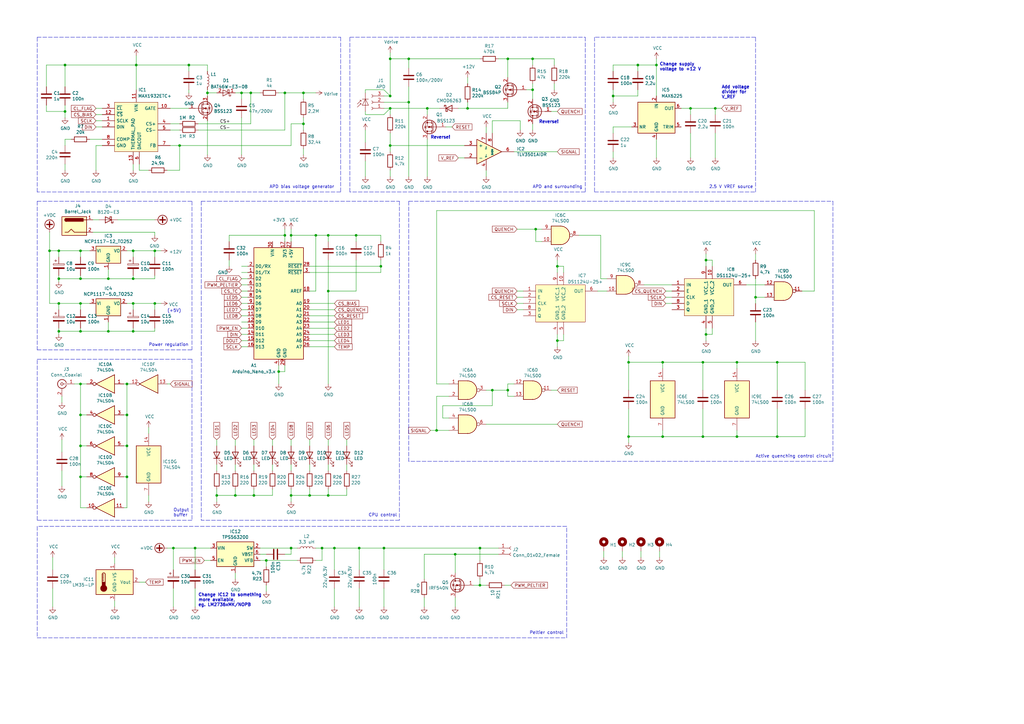
<source format=kicad_sch>
(kicad_sch (version 20211123) (generator eeschema)
  (paper "A3")
  (junction (at 33.02 135.89))
  (junction (at 26.67 26.67))
  (junction (at 289.56 106.68))
  (junction (at 201.93 160.02))
  (junction (at 156.21 109.22))
  (junction (at 208.28 24.13))
  (junction (at 119.38 203.2))
  (junction (at 116.84 96.52))
  (junction (at 271.78 179.07))
  (junction (at 257.81 179.07))
  (junction (at 127 203.2))
  (junction (at 196.85 240.03))
  (junction (at 54.61 135.89))
  (junction (at 44.45 135.89))
  (junction (at 54.61 102.87))
  (junction (at 129.54 96.52))
  (junction (at 175.26 44.45))
  (junction (at 52.07 157.48))
  (junction (at 24.13 102.87))
  (junction (at 219.71 93.98))
  (junction (at 269.24 26.67))
  (junction (at 160.02 24.13))
  (junction (at 77.47 26.67))
  (junction (at 52.07 195.58))
  (junction (at 160.02 44.45))
  (junction (at 147.32 224.79))
  (junction (at 119.38 224.79))
  (junction (at 208.28 160.02))
  (junction (at 288.29 179.07))
  (junction (at 96.52 203.2))
  (junction (at 309.88 121.92))
  (junction (at 146.05 96.52))
  (junction (at 85.09 38.1))
  (junction (at 26.67 45.72))
  (junction (at 102.87 38.1))
  (junction (at 218.44 24.13))
  (junction (at 293.37 44.45))
  (junction (at 52.07 170.18))
  (junction (at 71.12 224.79))
  (junction (at 54.61 114.3))
  (junction (at 137.16 224.79))
  (junction (at 24.13 124.46))
  (junction (at 33.02 102.87))
  (junction (at 63.5 102.87))
  (junction (at 288.29 148.59))
  (junction (at 119.38 96.52))
  (junction (at 33.02 124.46))
  (junction (at 33.02 170.18))
  (junction (at 167.64 41.91))
  (junction (at 33.02 157.48))
  (junction (at 257.81 148.59))
  (junction (at 73.66 59.69))
  (junction (at 114.3 152.4))
  (junction (at 179.07 176.53))
  (junction (at 88.9 203.2))
  (junction (at 44.45 114.3))
  (junction (at 33.02 182.88))
  (junction (at 20.32 102.87))
  (junction (at 228.6 109.22))
  (junction (at 124.46 50.8))
  (junction (at 134.62 96.52))
  (junction (at 261.62 26.67))
  (junction (at 302.26 179.07))
  (junction (at 24.13 135.89))
  (junction (at 218.44 36.83))
  (junction (at 109.22 229.87))
  (junction (at 318.77 148.59))
  (junction (at 33.02 114.3))
  (junction (at 52.07 182.88))
  (junction (at 24.13 114.3))
  (junction (at 228.6 139.7))
  (junction (at 124.46 38.1))
  (junction (at 318.77 179.07))
  (junction (at 289.56 137.16))
  (junction (at 283.21 44.45))
  (junction (at 160.02 59.69))
  (junction (at 132.08 224.79))
  (junction (at 167.64 24.13))
  (junction (at 55.88 26.67))
  (junction (at 80.01 224.79))
  (junction (at 186.69 227.33))
  (junction (at 157.48 224.79))
  (junction (at 302.26 148.59))
  (junction (at 134.62 203.2))
  (junction (at 160.02 39.37))
  (junction (at 134.62 119.38))
  (junction (at 116.84 38.1))
  (junction (at 104.14 203.2))
  (junction (at 271.78 148.59))
  (junction (at 251.46 39.37))
  (junction (at 54.61 124.46))
  (junction (at 99.06 38.1))
  (junction (at 196.85 224.79))
  (junction (at 191.77 44.45))
  (junction (at 63.5 124.46))
  (junction (at 33.02 195.58))
  (wire (pts (xy 80.01 233.68) (xy 80.01 224.79)))
  (wire (pts (xy 26.67 35.56) (xy 26.67 26.67)))
  (polyline (pts (xy 163.83 213.36) (xy 82.55 213.36)))
  (wire (pts (xy 106.68 227.33) (xy 109.22 227.33)))
  (wire (pts (xy 114.3 152.4) (xy 116.84 152.4)))
  (wire (pts (xy 160.02 24.13) (xy 160.02 21.59)))
  (wire (pts (xy 175.26 44.45) (xy 180.34 44.45)))
  (wire (pts (xy 228.6 106.68) (xy 228.6 109.22)))
  (wire (pts (xy 222.25 93.98) (xy 219.71 93.98)))
  (polyline (pts (xy 82.55 82.55) (xy 82.55 213.36)))
  (wire (pts (xy 292.1 137.16) (xy 292.1 134.62)))
  (polyline (pts (xy 232.41 261.62) (xy 232.41 215.9)))
  (wire (pts (xy 99.06 38.1) (xy 102.87 38.1)))
  (wire (pts (xy 69.85 44.45) (xy 77.47 44.45)))
  (wire (pts (xy 269.24 26.67) (xy 269.24 39.37)))
  (wire (pts (xy 246.38 96.52) (xy 237.49 96.52)))
  (wire (pts (xy 119.38 224.79) (xy 106.68 224.79)))
  (wire (pts (xy 69.85 50.8) (xy 73.66 50.8)))
  (wire (pts (xy 149.86 46.99) (xy 149.86 45.72)))
  (wire (pts (xy 283.21 64.77) (xy 283.21 54.61)))
  (wire (pts (xy 127 124.46) (xy 137.16 124.46)))
  (wire (pts (xy 119.38 96.52) (xy 119.38 99.06)))
  (wire (pts (xy 129.54 119.38) (xy 129.54 96.52)))
  (wire (pts (xy 85.09 49.53) (xy 85.09 63.5)))
  (wire (pts (xy 289.56 106.68) (xy 292.1 106.68)))
  (wire (pts (xy 24.13 124.46) (xy 24.13 127)))
  (wire (pts (xy 54.61 114.3) (xy 44.45 114.3)))
  (wire (pts (xy 85.09 36.83) (xy 85.09 38.1)))
  (polyline (pts (xy 15.24 261.62) (xy 232.41 261.62)))
  (wire (pts (xy 181.61 166.37) (xy 181.61 171.45)))
  (wire (pts (xy 21.59 248.92) (xy 21.59 241.3)))
  (wire (pts (xy 214.63 124.46) (xy 212.09 124.46)))
  (wire (pts (xy 251.46 64.77) (xy 251.46 62.23)))
  (wire (pts (xy 48.26 90.17) (xy 63.5 90.17)))
  (wire (pts (xy 191.77 44.45) (xy 208.28 44.45)))
  (wire (pts (xy 196.85 237.49) (xy 196.85 240.03)))
  (wire (pts (xy 261.62 26.67) (xy 269.24 26.67)))
  (wire (pts (xy 257.81 179.07) (xy 257.81 167.64)))
  (wire (pts (xy 35.56 208.28) (xy 33.02 208.28)))
  (wire (pts (xy 156.21 109.22) (xy 156.21 106.68)))
  (wire (pts (xy 219.71 93.98) (xy 219.71 99.06)))
  (wire (pts (xy 88.9 203.2) (xy 96.52 203.2)))
  (wire (pts (xy 111.76 190.5) (xy 111.76 193.04)))
  (wire (pts (xy 318.77 160.02) (xy 318.77 148.59)))
  (wire (pts (xy 124.46 40.64) (xy 124.46 38.1)))
  (wire (pts (xy 57.15 238.76) (xy 59.69 238.76)))
  (polyline (pts (xy 240.03 15.24) (xy 240.03 78.74)))
  (wire (pts (xy 251.46 39.37) (xy 251.46 41.91)))
  (wire (pts (xy 251.46 36.83) (xy 251.46 39.37)))
  (wire (pts (xy 227.33 36.83) (xy 227.33 34.29)))
  (wire (pts (xy 25.4 185.42) (xy 25.4 180.34)))
  (wire (pts (xy 66.04 102.87) (xy 63.5 102.87)))
  (wire (pts (xy 201.93 166.37) (xy 201.93 160.02)))
  (wire (pts (xy 106.68 229.87) (xy 109.22 229.87)))
  (wire (pts (xy 210.82 157.48) (xy 208.28 157.48)))
  (wire (pts (xy 137.16 224.79) (xy 147.32 224.79)))
  (wire (pts (xy 218.44 36.83) (xy 218.44 34.29)))
  (wire (pts (xy 129.54 224.79) (xy 132.08 224.79)))
  (wire (pts (xy 292.1 106.68) (xy 292.1 109.22)))
  (wire (pts (xy 101.6 132.08) (xy 99.06 132.08)))
  (wire (pts (xy 231.14 109.22) (xy 231.14 111.76)))
  (polyline (pts (xy 15.24 78.74) (xy 15.24 15.24)))
  (wire (pts (xy 119.38 182.88) (xy 119.38 180.34)))
  (wire (pts (xy 33.02 113.03) (xy 33.02 114.3)))
  (wire (pts (xy 119.38 224.79) (xy 121.92 224.79)))
  (polyline (pts (xy 240.03 78.74) (xy 143.51 78.74)))
  (wire (pts (xy 157.48 41.91) (xy 167.64 41.91)))
  (wire (pts (xy 119.38 50.8) (xy 119.38 59.69)))
  (wire (pts (xy 134.62 119.38) (xy 134.62 106.68)))
  (wire (pts (xy 19.05 43.18) (xy 19.05 45.72)))
  (wire (pts (xy 54.61 113.03) (xy 54.61 114.3)))
  (wire (pts (xy 251.46 29.21) (xy 251.46 26.67)))
  (wire (pts (xy 228.6 139.7) (xy 228.6 137.16)))
  (wire (pts (xy 69.85 53.34) (xy 73.66 53.34)))
  (wire (pts (xy 85.09 38.1) (xy 85.09 39.37)))
  (wire (pts (xy 199.39 173.99) (xy 228.6 173.99)))
  (polyline (pts (xy 309.88 78.74) (xy 309.88 15.24)))
  (polyline (pts (xy 139.7 78.74) (xy 15.24 78.74)))
  (wire (pts (xy 127 127) (xy 137.16 127)))
  (wire (pts (xy 44.45 135.89) (xy 44.45 132.08)))
  (wire (pts (xy 36.83 57.15) (xy 41.91 57.15)))
  (wire (pts (xy 101.6 139.7) (xy 99.06 139.7)))
  (wire (pts (xy 214.63 121.92) (xy 212.09 121.92)))
  (wire (pts (xy 302.26 151.13) (xy 302.26 148.59)))
  (wire (pts (xy 35.56 170.18) (xy 33.02 170.18)))
  (wire (pts (xy 104.14 190.5) (xy 104.14 193.04)))
  (wire (pts (xy 191.77 44.45) (xy 191.77 41.91)))
  (wire (pts (xy 73.66 59.69) (xy 119.38 59.69)))
  (wire (pts (xy 318.77 179.07) (xy 330.2 179.07)))
  (wire (pts (xy 137.16 248.92) (xy 137.16 241.3)))
  (wire (pts (xy 77.47 26.67) (xy 55.88 26.67)))
  (wire (pts (xy 109.22 229.87) (xy 121.92 229.87)))
  (wire (pts (xy 73.66 69.85) (xy 73.66 59.69)))
  (wire (pts (xy 24.13 113.03) (xy 24.13 114.3)))
  (wire (pts (xy 330.2 179.07) (xy 330.2 167.64)))
  (wire (pts (xy 227.33 24.13) (xy 227.33 26.67)))
  (wire (pts (xy 204.47 227.33) (xy 186.69 227.33)))
  (polyline (pts (xy 78.74 213.36) (xy 15.24 213.36)))
  (wire (pts (xy 24.13 114.3) (xy 33.02 114.3)))
  (polyline (pts (xy 78.74 147.32) (xy 78.74 213.36)))
  (wire (pts (xy 160.02 59.69) (xy 160.02 62.23)))
  (wire (pts (xy 38.1 95.25) (xy 63.5 95.25)))
  (wire (pts (xy 318.77 148.59) (xy 330.2 148.59)))
  (wire (pts (xy 218.44 40.64) (xy 218.44 36.83)))
  (wire (pts (xy 24.13 137.16) (xy 24.13 135.89)))
  (wire (pts (xy 257.81 146.05) (xy 257.81 148.59)))
  (wire (pts (xy 127 200.66) (xy 127 203.2)))
  (wire (pts (xy 288.29 167.64) (xy 288.29 179.07)))
  (wire (pts (xy 96.52 190.5) (xy 96.52 193.04)))
  (polyline (pts (xy 341.63 82.55) (xy 341.63 189.23)))
  (wire (pts (xy 228.6 109.22) (xy 231.14 109.22)))
  (wire (pts (xy 261.62 39.37) (xy 261.62 36.83)))
  (wire (pts (xy 207.01 240.03) (xy 209.55 240.03)))
  (wire (pts (xy 85.09 26.67) (xy 85.09 29.21)))
  (wire (pts (xy 201.93 160.02) (xy 199.39 160.02)))
  (wire (pts (xy 275.59 124.46) (xy 273.05 124.46)))
  (wire (pts (xy 137.16 233.68) (xy 137.16 224.79)))
  (wire (pts (xy 288.29 160.02) (xy 288.29 148.59)))
  (wire (pts (xy 289.56 106.68) (xy 289.56 109.22)))
  (wire (pts (xy 36.83 124.46) (xy 33.02 124.46)))
  (wire (pts (xy 275.59 119.38) (xy 273.05 119.38)))
  (wire (pts (xy 41.91 46.99) (xy 39.37 46.99)))
  (wire (pts (xy 257.81 148.59) (xy 271.78 148.59)))
  (wire (pts (xy 33.02 114.3) (xy 44.45 114.3)))
  (wire (pts (xy 60.96 177.8) (xy 60.96 175.26)))
  (wire (pts (xy 288.29 148.59) (xy 302.26 148.59)))
  (wire (pts (xy 101.6 129.54) (xy 99.06 129.54)))
  (wire (pts (xy 146.05 96.52) (xy 146.05 99.06)))
  (wire (pts (xy 309.88 114.3) (xy 309.88 121.92)))
  (wire (pts (xy 46.99 246.38) (xy 46.99 248.92)))
  (wire (pts (xy 132.08 224.79) (xy 137.16 224.79)))
  (wire (pts (xy 127 111.76) (xy 156.21 111.76)))
  (wire (pts (xy 54.61 135.89) (xy 44.45 135.89)))
  (wire (pts (xy 44.45 114.3) (xy 44.45 110.49)))
  (polyline (pts (xy 15.24 213.36) (xy 15.24 147.32)))
  (wire (pts (xy 208.28 31.75) (xy 208.28 24.13)))
  (wire (pts (xy 54.61 102.87) (xy 52.07 102.87)))
  (wire (pts (xy 24.13 105.41) (xy 24.13 102.87)))
  (wire (pts (xy 127 109.22) (xy 156.21 109.22)))
  (wire (pts (xy 35.56 157.48) (xy 33.02 157.48)))
  (wire (pts (xy 134.62 119.38) (xy 146.05 119.38)))
  (wire (pts (xy 101.6 114.3) (xy 99.06 114.3)))
  (wire (pts (xy 60.96 69.85) (xy 57.15 69.85)))
  (wire (pts (xy 33.02 208.28) (xy 33.02 195.58)))
  (wire (pts (xy 55.88 22.86) (xy 55.88 26.67)))
  (wire (pts (xy 218.44 24.13) (xy 227.33 24.13)))
  (wire (pts (xy 101.6 111.76) (xy 99.06 111.76)))
  (polyline (pts (xy 15.24 215.9) (xy 15.24 261.62)))
  (wire (pts (xy 184.15 162.56) (xy 179.07 162.56)))
  (polyline (pts (xy 309.88 15.24) (xy 243.84 15.24)))
  (wire (pts (xy 251.46 39.37) (xy 261.62 39.37)))
  (wire (pts (xy 20.32 124.46) (xy 20.32 102.87)))
  (wire (pts (xy 20.32 102.87) (xy 20.32 95.25)))
  (wire (pts (xy 26.67 57.15) (xy 29.21 57.15)))
  (wire (pts (xy 39.37 59.69) (xy 39.37 69.85)))
  (wire (pts (xy 71.12 224.79) (xy 80.01 224.79)))
  (wire (pts (xy 69.85 59.69) (xy 73.66 59.69)))
  (wire (pts (xy 21.59 233.68) (xy 21.59 228.6)))
  (wire (pts (xy 57.15 69.85) (xy 57.15 67.31)))
  (wire (pts (xy 116.84 53.34) (xy 81.28 53.34)))
  (wire (pts (xy 54.61 105.41) (xy 54.61 102.87)))
  (wire (pts (xy 35.56 182.88) (xy 33.02 182.88)))
  (wire (pts (xy 248.92 114.3) (xy 246.38 114.3)))
  (wire (pts (xy 52.07 157.48) (xy 52.07 170.18)))
  (wire (pts (xy 26.67 69.85) (xy 26.67 67.31)))
  (wire (pts (xy 127 137.16) (xy 137.16 137.16)))
  (wire (pts (xy 160.02 44.45) (xy 157.48 46.99)))
  (wire (pts (xy 114.3 149.86) (xy 114.3 152.4)))
  (wire (pts (xy 149.86 72.39) (xy 149.86 66.04)))
  (wire (pts (xy 101.6 134.62) (xy 99.06 134.62)))
  (wire (pts (xy 146.05 96.52) (xy 156.21 96.52)))
  (wire (pts (xy 33.02 127) (xy 33.02 124.46)))
  (wire (pts (xy 54.61 124.46) (xy 52.07 124.46)))
  (wire (pts (xy 309.88 104.14) (xy 309.88 106.68)))
  (wire (pts (xy 52.07 208.28) (xy 50.8 208.28)))
  (wire (pts (xy 26.67 45.72) (xy 26.67 43.18)))
  (wire (pts (xy 63.5 127) (xy 63.5 124.46)))
  (polyline (pts (xy 163.83 82.55) (xy 163.83 213.36)))
  (wire (pts (xy 24.13 135.89) (xy 33.02 135.89)))
  (wire (pts (xy 63.5 124.46) (xy 54.61 124.46)))
  (wire (pts (xy 283.21 44.45) (xy 283.21 46.99)))
  (wire (pts (xy 101.6 116.84) (xy 99.06 116.84)))
  (wire (pts (xy 41.91 59.69) (xy 39.37 59.69)))
  (polyline (pts (xy 82.55 82.55) (xy 163.83 82.55)))
  (wire (pts (xy 52.07 170.18) (xy 52.07 182.88)))
  (polyline (pts (xy 341.63 189.23) (xy 167.64 189.23)))
  (wire (pts (xy 157.48 39.37) (xy 160.02 39.37)))
  (wire (pts (xy 93.98 106.68) (xy 93.98 109.22)))
  (wire (pts (xy 102.87 50.8) (xy 102.87 38.1)))
  (wire (pts (xy 156.21 96.52) (xy 156.21 99.06)))
  (wire (pts (xy 19.05 35.56) (xy 19.05 26.67)))
  (wire (pts (xy 119.38 96.52) (xy 129.54 96.52)))
  (wire (pts (xy 54.61 135.89) (xy 63.5 135.89)))
  (wire (pts (xy 173.99 248.92) (xy 173.99 245.11)))
  (wire (pts (xy 101.6 127) (xy 99.06 127)))
  (wire (pts (xy 201.93 49.53) (xy 213.36 49.53)))
  (wire (pts (xy 81.28 50.8) (xy 102.87 50.8)))
  (wire (pts (xy 119.38 93.98) (xy 119.38 96.52)))
  (wire (pts (xy 186.69 245.11) (xy 186.69 248.92)))
  (wire (pts (xy 124.46 50.8) (xy 119.38 50.8)))
  (wire (pts (xy 116.84 93.98) (xy 116.84 96.52)))
  (wire (pts (xy 80.01 241.3) (xy 80.01 248.92)))
  (wire (pts (xy 46.99 231.14) (xy 46.99 228.6)))
  (wire (pts (xy 35.56 195.58) (xy 33.02 195.58)))
  (wire (pts (xy 134.62 96.52) (xy 146.05 96.52)))
  (wire (pts (xy 25.4 162.56) (xy 25.4 165.1)))
  (wire (pts (xy 160.02 69.85) (xy 160.02 72.39)))
  (wire (pts (xy 134.62 182.88) (xy 134.62 180.34)))
  (wire (pts (xy 247.65 226.06) (xy 247.65 228.6)))
  (wire (pts (xy 36.83 102.87) (xy 33.02 102.87)))
  (polyline (pts (xy 15.24 82.55) (xy 78.74 82.55)))
  (wire (pts (xy 313.69 121.92) (xy 309.88 121.92)))
  (wire (pts (xy 116.84 38.1) (xy 124.46 38.1)))
  (wire (pts (xy 119.38 203.2) (xy 119.38 205.74)))
  (wire (pts (xy 96.52 200.66) (xy 96.52 203.2)))
  (wire (pts (xy 88.9 203.2) (xy 88.9 205.74)))
  (wire (pts (xy 186.69 227.33) (xy 186.69 234.95)))
  (wire (pts (xy 104.14 182.88) (xy 104.14 180.34)))
  (wire (pts (xy 80.01 224.79) (xy 86.36 224.79)))
  (wire (pts (xy 33.02 124.46) (xy 24.13 124.46)))
  (wire (pts (xy 255.27 226.06) (xy 255.27 228.6)))
  (wire (pts (xy 194.31 240.03) (xy 196.85 240.03)))
  (wire (pts (xy 93.98 96.52) (xy 93.98 99.06)))
  (wire (pts (xy 54.61 134.62) (xy 54.61 135.89)))
  (wire (pts (xy 309.88 121.92) (xy 309.88 124.46)))
  (wire (pts (xy 33.02 134.62) (xy 33.02 135.89)))
  (wire (pts (xy 114.3 38.1) (xy 116.84 38.1)))
  (wire (pts (xy 127 190.5) (xy 127 193.04)))
  (wire (pts (xy 157.48 248.92) (xy 157.48 241.3)))
  (wire (pts (xy 134.62 200.66) (xy 134.62 203.2)))
  (wire (pts (xy 33.02 135.89) (xy 44.45 135.89)))
  (wire (pts (xy 129.54 229.87) (xy 132.08 229.87)))
  (wire (pts (xy 167.64 24.13) (xy 167.64 27.94)))
  (wire (pts (xy 147.32 224.79) (xy 157.48 224.79)))
  (wire (pts (xy 208.28 160.02) (xy 208.28 162.56)))
  (wire (pts (xy 147.32 241.3) (xy 147.32 248.92)))
  (wire (pts (xy 251.46 26.67) (xy 261.62 26.67)))
  (wire (pts (xy 116.84 227.33) (xy 119.38 227.33)))
  (wire (pts (xy 24.13 135.89) (xy 24.13 134.62)))
  (polyline (pts (xy 15.24 82.55) (xy 15.24 143.51)))
  (wire (pts (xy 293.37 44.45) (xy 295.91 44.45)))
  (wire (pts (xy 269.24 64.77) (xy 269.24 57.15)))
  (wire (pts (xy 101.6 121.92) (xy 99.06 121.92)))
  (wire (pts (xy 167.64 24.13) (xy 196.85 24.13)))
  (wire (pts (xy 275.59 121.92) (xy 273.05 121.92)))
  (wire (pts (xy 160.02 39.37) (xy 157.48 36.83)))
  (wire (pts (xy 160.02 44.45) (xy 175.26 44.45)))
  (wire (pts (xy 102.87 38.1) (xy 106.68 38.1)))
  (wire (pts (xy 119.38 203.2) (xy 127 203.2)))
  (wire (pts (xy 160.02 44.45) (xy 160.02 46.99)))
  (wire (pts (xy 104.14 200.66) (xy 104.14 203.2)))
  (wire (pts (xy 283.21 44.45) (xy 293.37 44.45)))
  (wire (pts (xy 119.38 190.5) (xy 119.38 193.04)))
  (wire (pts (xy 33.02 102.87) (xy 24.13 102.87)))
  (wire (pts (xy 302.26 176.53) (xy 302.26 179.07)))
  (wire (pts (xy 293.37 54.61) (xy 293.37 64.77)))
  (wire (pts (xy 68.58 69.85) (xy 73.66 69.85)))
  (wire (pts (xy 114.3 152.4) (xy 114.3 157.48)))
  (wire (pts (xy 167.64 41.91) (xy 167.64 72.39)))
  (wire (pts (xy 111.76 182.88) (xy 111.76 180.34)))
  (wire (pts (xy 228.6 142.24) (xy 228.6 139.7)))
  (wire (pts (xy 60.96 205.74) (xy 60.96 203.2)))
  (wire (pts (xy 289.56 104.14) (xy 289.56 106.68)))
  (wire (pts (xy 142.24 203.2) (xy 142.24 200.66)))
  (wire (pts (xy 124.46 50.8) (xy 124.46 53.34)))
  (wire (pts (xy 134.62 96.52) (xy 134.62 99.06)))
  (wire (pts (xy 181.61 171.45) (xy 184.15 171.45)))
  (wire (pts (xy 101.6 124.46) (xy 99.06 124.46)))
  (wire (pts (xy 52.07 182.88) (xy 52.07 195.58)))
  (wire (pts (xy 199.39 54.61) (xy 199.39 52.07)))
  (wire (pts (xy 116.84 96.52) (xy 116.84 99.06)))
  (wire (pts (xy 127 129.54) (xy 137.16 129.54)))
  (wire (pts (xy 201.93 54.61) (xy 201.93 49.53)))
  (wire (pts (xy 33.02 170.18) (xy 33.02 157.48)))
  (wire (pts (xy 109.22 242.57) (xy 109.22 240.03)))
  (wire (pts (xy 116.84 38.1) (xy 116.84 53.34)))
  (wire (pts (xy 302.26 148.59) (xy 318.77 148.59)))
  (wire (pts (xy 134.62 190.5) (xy 134.62 193.04)))
  (wire (pts (xy 127 182.88) (xy 127 180.34)))
  (wire (pts (xy 173.99 227.33) (xy 173.99 237.49)))
  (wire (pts (xy 214.63 127) (xy 212.09 127)))
  (wire (pts (xy 96.52 182.88) (xy 96.52 180.34)))
  (wire (pts (xy 101.6 137.16) (xy 99.06 137.16)))
  (wire (pts (xy 218.44 50.8) (xy 218.44 53.34)))
  (wire (pts (xy 54.61 114.3) (xy 63.5 114.3)))
  (wire (pts (xy 270.51 226.06) (xy 270.51 228.6)))
  (wire (pts (xy 149.86 58.42) (xy 149.86 53.34)))
  (wire (pts (xy 132.08 229.87) (xy 132.08 224.79)))
  (wire (pts (xy 96.52 38.1) (xy 99.06 38.1)))
  (wire (pts (xy 26.67 26.67) (xy 55.88 26.67)))
  (wire (pts (xy 147.32 233.68) (xy 147.32 224.79)))
  (wire (pts (xy 127 142.24) (xy 137.16 142.24)))
  (polyline (pts (xy 232.41 215.9) (xy 15.24 215.9)))
  (wire (pts (xy 53.34 157.48) (xy 52.07 157.48)))
  (wire (pts (xy 269.24 24.13) (xy 269.24 26.67)))
  (polyline (pts (xy 15.24 143.51) (xy 78.74 143.51)))
  (wire (pts (xy 88.9 200.66) (xy 88.9 203.2)))
  (wire (pts (xy 63.5 105.41) (xy 63.5 102.87)))
  (wire (pts (xy 257.81 148.59) (xy 257.81 160.02)))
  (wire (pts (xy 101.6 109.22) (xy 99.06 109.22)))
  (wire (pts (xy 259.08 52.07) (xy 251.46 52.07)))
  (wire (pts (xy 261.62 29.21) (xy 261.62 26.67)))
  (wire (pts (xy 63.5 113.03) (xy 63.5 114.3)))
  (wire (pts (xy 257.81 179.07) (xy 271.78 179.07)))
  (wire (pts (xy 213.36 49.53) (xy 213.36 53.34)))
  (wire (pts (xy 208.28 24.13) (xy 218.44 24.13)))
  (wire (pts (xy 262.89 226.06) (xy 262.89 228.6)))
  (wire (pts (xy 186.69 227.33) (xy 173.99 227.33)))
  (wire (pts (xy 160.02 54.61) (xy 160.02 59.69)))
  (wire (pts (xy 124.46 48.26) (xy 124.46 50.8)))
  (wire (pts (xy 289.56 139.7) (xy 289.56 137.16)))
  (polyline (pts (xy 143.51 78.74) (xy 143.51 15.24)))
  (wire (pts (xy 271.78 176.53) (xy 271.78 179.07)))
  (wire (pts (xy 101.6 142.24) (xy 99.06 142.24)))
  (wire (pts (xy 88.9 38.1) (xy 85.09 38.1)))
  (wire (pts (xy 160.02 39.37) (xy 160.02 24.13)))
  (wire (pts (xy 210.82 62.23) (xy 228.6 62.23)))
  (wire (pts (xy 50.8 195.58) (xy 52.07 195.58)))
  (wire (pts (xy 175.26 44.45) (xy 175.26 46.99)))
  (wire (pts (xy 99.06 63.5) (xy 99.06 48.26)))
  (wire (pts (xy 24.13 114.3) (xy 24.13 115.57)))
  (wire (pts (xy 176.53 176.53) (xy 179.07 176.53)))
  (wire (pts (xy 156.21 111.76) (xy 156.21 109.22)))
  (wire (pts (xy 69.85 157.48) (xy 68.58 157.48)))
  (wire (pts (xy 226.06 45.72) (xy 228.6 45.72)))
  (wire (pts (xy 54.61 67.31) (xy 54.61 69.85)))
  (wire (pts (xy 208.28 157.48) (xy 208.28 160.02)))
  (wire (pts (xy 66.04 124.46) (xy 63.5 124.46)))
  (wire (pts (xy 160.02 59.69) (xy 190.5 59.69)))
  (wire (pts (xy 179.07 86.36) (xy 179.07 157.48)))
  (wire (pts (xy 157.48 46.99) (xy 149.86 46.99)))
  (wire (pts (xy 24.13 102.87) (xy 20.32 102.87)))
  (wire (pts (xy 134.62 203.2) (xy 142.24 203.2)))
  (wire (pts (xy 271.78 151.13) (xy 271.78 148.59)))
  (wire (pts (xy 246.38 114.3) (xy 246.38 96.52)))
  (wire (pts (xy 41.91 49.53) (xy 39.37 49.53)))
  (wire (pts (xy 25.4 199.39) (xy 25.4 193.04)))
  (polyline (pts (xy 15.24 15.24) (xy 139.7 15.24)))
  (wire (pts (xy 142.24 180.34) (xy 142.24 182.88)))
  (wire (pts (xy 26.67 48.26) (xy 26.67 45.72)))
  (wire (pts (xy 196.85 229.87) (xy 196.85 224.79)))
  (wire (pts (xy 68.58 224.79) (xy 71.12 224.79)))
  (wire (pts (xy 157.48 36.83) (xy 149.86 36.83)))
  (wire (pts (xy 24.13 124.46) (xy 20.32 124.46)))
  (polyline (pts (xy 15.24 147.32) (xy 78.74 147.32)))
  (wire (pts (xy 137.16 139.7) (xy 127 139.7)))
  (wire (pts (xy 271.78 148.59) (xy 288.29 148.59)))
  (wire (pts (xy 85.09 26.67) (xy 77.47 26.67)))
  (wire (pts (xy 228.6 109.22) (xy 228.6 111.76)))
  (wire (pts (xy 248.92 119.38) (xy 245.11 119.38)))
  (wire (pts (xy 124.46 38.1) (xy 129.54 38.1)))
  (wire (pts (xy 219.71 93.98) (xy 212.09 93.98)))
  (wire (pts (xy 196.85 224.79) (xy 204.47 224.79)))
  (wire (pts (xy 313.69 116.84) (xy 306.07 116.84)))
  (wire (pts (xy 208.28 162.56) (xy 210.82 162.56)))
  (wire (pts (xy 119.38 227.33) (xy 119.38 224.79)))
  (wire (pts (xy 215.9 36.83) (xy 218.44 36.83)))
  (wire (pts (xy 77.47 38.1) (xy 77.47 36.83)))
  (wire (pts (xy 204.47 24.13) (xy 208.28 24.13)))
  (wire (pts (xy 275.59 116.84) (xy 264.16 116.84)))
  (wire (pts (xy 55.88 26.67) (xy 55.88 36.83)))
  (wire (pts (xy 157.48 224.79) (xy 196.85 224.79)))
  (wire (pts (xy 157.48 233.68) (xy 157.48 224.79)))
  (wire (pts (xy 96.52 237.49) (xy 96.52 234.95)))
  (wire (pts (xy 41.91 52.07) (xy 39.37 52.07)))
  (wire (pts (xy 167.64 35.56) (xy 167.64 41.91)))
  (wire (pts (xy 41.91 44.45) (xy 39.37 44.45)))
  (wire (pts (xy 50.8 170.18) (xy 52.07 170.18)))
  (polyline (pts (xy 139.7 15.24) (xy 139.7 78.74)))
  (wire (pts (xy 288.29 179.07) (xy 302.26 179.07)))
  (polyline (pts (xy 78.74 82.55) (xy 78.74 143.51)))
  (wire (pts (xy 33.02 195.58) (xy 33.02 182.88)))
  (polyline (pts (xy 143.51 15.24) (xy 240.03 15.24)))
  (wire (pts (xy 271.78 179.07) (xy 288.29 179.07)))
  (wire (pts (xy 38.1 90.17) (xy 40.64 90.17)))
  (wire (pts (xy 30.48 157.48) (xy 33.02 157.48)))
  (wire (pts (xy 257.81 181.61) (xy 257.81 179.07)))
  (wire (pts (xy 289.56 137.16) (xy 289.56 134.62)))
  (wire (pts (xy 226.06 160.02) (xy 228.6 160.02)))
  (wire (pts (xy 19.05 45.72) (xy 26.67 45.72)))
  (wire (pts (xy 181.61 166.37) (xy 201.93 166.37)))
  (wire (pts (xy 101.6 119.38) (xy 99.06 119.38)))
  (wire (pts (xy 201.93 160.02) (xy 208.28 160.02)))
  (wire (pts (xy 124.46 60.96) (xy 124.46 63.5)))
  (wire (pts (xy 33.02 105.41) (xy 33.02 102.87)))
  (wire (pts (xy 127 132.08) (xy 137.16 132.08)))
  (wire (pts (xy 191.77 34.29) (xy 191.77 31.75)))
  (wire (pts (xy 19.05 26.67) (xy 26.67 26.67)))
  (wire (pts (xy 149.86 36.83) (xy 149.86 38.1)))
  (wire (pts (xy 334.01 86.36) (xy 334.01 119.38)))
  (wire (pts (xy 187.96 44.45) (xy 191.77 44.45)))
  (wire (pts (xy 52.07 195.58) (xy 52.07 208.28)))
  (wire (pts (xy 175.26 72.39) (xy 175.26 57.15)))
  (wire (pts (xy 71.12 233.68) (xy 71.12 224.79)))
  (wire (pts (xy 182.88 52.07) (xy 185.42 52.07)))
  (wire (pts (xy 184.15 176.53) (xy 179.07 176.53)))
  (wire (pts (xy 127 203.2) (xy 134.62 203.2)))
  (polyline (pts (xy 167.64 82.55) (xy 341.63 82.55)))
  (wire (pts (xy 228.6 139.7) (xy 231.14 139.7)))
  (wire (pts (xy 334.01 119.38) (xy 328.93 119.38)))
  (wire (pts (xy 179.07 162.56) (xy 179.07 176.53)))
  (wire (pts (xy 318.77 167.64) (xy 318.77 179.07)))
  (wire (pts (xy 63.5 95.25) (xy 63.5 96.52)))
  (wire (pts (xy 127 119.38) (xy 129.54 119.38)))
  (wire (pts (xy 134.62 157.48) (xy 134.62 119.38)))
  (wire (pts (xy 109.22 232.41) (xy 109.22 229.87)))
  (wire (pts (xy 129.54 96.52) (xy 134.62 96.52)))
  (polyline (pts (xy 167.64 82.55) (xy 167.64 189.23)))
  (wire (pts (xy 293.37 44.45) (xy 293.37 46.99)))
  (wire (pts (xy 219.71 99.06) (xy 222.25 99.06)))
  (polyline (pts (xy 243.84 15.24) (xy 243.84 78.74)))
  (wire (pts (xy 119.38 200.66) (xy 119.38 203.2)))
  (wire (pts (xy 179.07 86.36) (xy 334.01 86.36)))
  (wire (pts (xy 26.67 57.15) (xy 26.67 59.69)))
  (wire (pts (xy 99.06 38.1) (xy 99.06 40.64)))
  (wire (pts (xy 63.5 102.87) (xy 54.61 102.87)))
  (wire (pts (xy 137.16 134.62) (xy 127 134.62)))
  (wire (pts (xy 86.36 229.87) (xy 83.82 229.87)))
  (wire (pts (xy 116.84 152.4) (xy 116.84 149.86)))
  (polyline (pts (xy 243.84 78.74) (xy 309.88 78.74)))
  (wire (pts (xy 146.05 106.68) (xy 146.05 119.38)))
  (wire (pts (xy 196.85 240.03) (xy 199.39 240.03)))
  (wire (pts (xy 54.61 127) (xy 54.61 124.46)))
  (wire (pts (xy 71.12 241.3) (xy 71.12 248.92)))
  (wire (pts (xy 116.84 96.52) (xy 93.98 96.52)))
  (wire (pts (xy 160.02 24.13) (xy 167.64 24.13)))
  (wire (pts (xy 208.28 44.45) (xy 208.28 41.91)))
  (wire (pts (xy 184.15 157.48) (xy 179.07 157.48)))
  (wire (pts (xy 33.02 182.88) (xy 33.02 170.18)))
  (wire (pts (xy 52.07 157.48) (xy 50.8 157.48)))
  (wire (pts (xy 279.4 44.45) (xy 283.21 44.45)))
  (wire (pts (xy 142.24 190.5) (xy 142.24 193.04)))
  (wire (pts (xy 77.47 29.21) (xy 77.47 26.67)))
  (wire (pts (xy 88.9 182.88) (xy 88.9 180.34)))
  (wire (pts (xy 96.52 203.2) (xy 104.14 203.2)))
  (wire (pts (xy 251.46 52.07) (xy 251.46 54.61)))
  (wire (pts (xy 88.9 190.5) (xy 88.9 193.04)))
  (wire (pts (xy 199.39 72.39) (xy 199.39 69.85)))
  (wire (pts (xy 214.63 119.38) (xy 212.09 119.38)))
  (wire (pts (xy 330.2 148.59) (xy 330.2 160.02)))
  (wire (pts (xy 63.5 134.62) (xy 63.5 135.89)))
  (wire (pts (xy 104.14 203.2) (xy 111.76 203.2)))
  (wire (pts (xy 218.44 26.67) (xy 218.44 24.13)))
  (wire (pts (xy 157.48 44.45) (xy 160.02 44.45)))
  (wire (pts (xy 111.76 203.2) (xy 111.76 200.66)))
  (wire (pts (xy 190.5 64.77) (xy 187.96 64.77)))
  (wire (pts (xy 231.14 139.7) (xy 231.14 137.16)))
  (wire (pts (xy 309.88 139.7) (xy 309.88 132.08)))
  (wire (pts (xy 302.26 179.07) (xy 318.77 179.07)))
  (wire (pts (xy 50.8 182.88) (xy 52.07 182.88)))
  (wire (pts (xy 289.56 137.16) (xy 292.1 137.16)))
  (text "2.5 V VREF source" (at 290.83 77.47 0) (effects (font (size 1.27 1.27)) (justify left bottom)))
  (text "APD and surrounding" (at 218.44 77.47 0) (effects (font (size 1.27 1.27)) (justify left bottom)))
  (text "CPU control" (at 151.13 212.09 0) (effects (font (size 1.27 1.27)) (justify left bottom)))
  (text "Peltier control" (at 217.17 260.35 0) (effects (font (size 1.27 1.27)) (justify left bottom)))
  (text "Reverse!\n" (at 176.53 57.15 0) (effects (font (size 1.27 1.27) (thickness 0.254) bold) (justify left bottom)))
  (text "Reverse!\n" (at 220.98 50.8 0) (effects (font (size 1.27 1.27) (thickness 0.254) bold) (justify left bottom)))
  (text "Add voltage\ndivider for \nV_REF" (at 295.91 40.64 0) (effects (font (size 1.27 1.27) bold) (justify left bottom)))
  (text "(+5V)" (at 68.58 128.27 0) (effects (font (size 1.27 1.27)) (justify left bottom)))
  (text "Output\nbuffer" (at 71.12 212.09 0) (effects (font (size 1.27 1.27)) (justify left bottom)))
  (text "Active quenching control circuit" (at 309.88 187.96 0) (effects (font (size 1.27 1.27)) (justify left bottom)))
  (text "Power regulation" (at 60.96 142.24 0) (effects (font (size 1.27 1.27)) (justify left bottom)))
  (text "Change supply \nvoltage to +12 V\n" (at 270.51 29.21 0) (effects (font (size 1.27 1.27) bold) (justify left bottom)))
  (text "Change IC12 to something \nmore available, \neg. LM2736xMK/NOPB" (at 81.28 248.92 0) (effects (font (size 1.27 1.27) (thickness 0.254) bold) (justify left bottom)))
  (text "APD bias voltage generator" (at 110.49 77.47 0) (effects (font (size 1.27 1.27)) (justify left bottom)))
  (label "CS-" (at 90.17 53.34 0))
  (label "CS+" (at 90.17 50.8 0))
  (global_label "DIN" (shape input) (at 273.05 124.46 180) (property "Intersheet References" "${INTERSHEET_REFS}" (effects hide)))
  (global_label "CS_QUENCH" (shape input) (at 137.16 127 0) (property "Intersheet References" "${INTERSHEET_REFS}" (effects hide)))
  (global_label "LED6" (shape input) (at 99.06 124.46 180) (property "Intersheet References" "${INTERSHEET_REFS}" (effects hide)))
  (global_label "LED3" (shape input) (at 137.16 137.16 0) (property "Intersheet References" "${INTERSHEET_REFS}" (effects hide)))
  (global_label "CL_FLAG" (shape input) (at 99.06 114.3 180) (property "Intersheet References" "${INTERSHEET_REFS}" (effects hide)))
  (global_label "PWM_PELTIER" (shape input) (at 99.06 116.84 180) (property "Intersheet References" "${INTERSHEET_REFS}" (effects hide)))
  (global_label "QUENCH" (shape input) (at 228.6 45.72 0) (property "Intersheet References" "${INTERSHEET_REFS}" (effects hide)))
  (global_label "SIGNAL" (shape input) (at 228.6 62.23 0) (property "Intersheet References" "${INTERSHEET_REFS}" (effects hide)))
  (global_label "SCLK" (shape input) (at 273.05 121.92 180) (property "Intersheet References" "${INTERSHEET_REFS}" (effects hide)))
  (global_label "LED4" (shape input) (at 137.16 139.7 0) (property "Intersheet References" "${INTERSHEET_REFS}" (effects hide)))
  (global_label "SCLK" (shape input) (at 39.37 49.53 180) (property "Intersheet References" "${INTERSHEET_REFS}" (effects hide)))
  (global_label "PWM_EN" (shape input) (at 83.82 229.87 180) (property "Intersheet References" "${INTERSHEET_REFS}" (effects hide)))
  (global_label "LED7" (shape input) (at 127 180.34 90) (property "Intersheet References" "${INTERSHEET_REFS}" (effects hide)))
  (global_label "V_REF" (shape input) (at 295.91 44.45 0) (property "Intersheet References" "${INTERSHEET_REFS}" (effects hide)))
  (global_label "LED2" (shape input) (at 137.16 134.62 0) (property "Intersheet References" "${INTERSHEET_REFS}" (effects hide)))
  (global_label "SCLK" (shape input) (at 99.06 142.24 180) (property "Intersheet References" "${INTERSHEET_REFS}" (effects hide)))
  (global_label "CS_RESET" (shape input) (at 212.09 121.92 180) (property "Intersheet References" "${INTERSHEET_REFS}" (effects hide)))
  (global_label "LED3" (shape input) (at 104.14 180.34 90) (property "Intersheet References" "${INTERSHEET_REFS}" (effects hide)))
  (global_label "LED1" (shape input) (at 88.9 180.34 90) (property "Intersheet References" "${INTERSHEET_REFS}" (effects hide)))
  (global_label "TEMP" (shape input) (at 59.69 238.76 0) (property "Intersheet References" "${INTERSHEET_REFS}" (effects hide)))
  (global_label "PWM_EN" (shape input) (at 99.06 134.62 180) (property "Intersheet References" "${INTERSHEET_REFS}" (effects hide)))
  (global_label "PWM_PELTIER" (shape input) (at 209.55 240.03 0) (property "Intersheet References" "${INTERSHEET_REFS}" (effects hide)))
  (global_label "QUENCH" (shape input) (at 228.6 173.99 0) (property "Intersheet References" "${INTERSHEET_REFS}" (effects hide)))
  (global_label "SIGNAL" (shape input) (at 176.53 176.53 180) (property "Intersheet References" "${INTERSHEET_REFS}" (effects hide)))
  (global_label "LED7" (shape input) (at 99.06 127 180) (property "Intersheet References" "${INTERSHEET_REFS}" (effects hide)))
  (global_label "RESET" (shape input) (at 228.6 160.02 0) (property "Intersheet References" "${INTERSHEET_REFS}" (effects hide)))
  (global_label "TEMP" (shape input) (at 137.16 142.24 0) (property "Intersheet References" "${INTERSHEET_REFS}" (effects hide)))
  (global_label "QUENCH" (shape input) (at 212.09 119.38 180) (property "Intersheet References" "${INTERSHEET_REFS}" (effects hide)))
  (global_label "CS_RESET" (shape input) (at 137.16 129.54 0) (property "Intersheet References" "${INTERSHEET_REFS}" (effects hide)))
  (global_label "DOUT" (shape input) (at 99.06 139.7 180) (property "Intersheet References" "${INTERSHEET_REFS}" (effects hide)))
  (global_label "LED6" (shape input) (at 134.62 180.34 90) (property "Intersheet References" "${INTERSHEET_REFS}" (effects hide)))
  (global_label "LED4" (shape input) (at 111.76 180.34 90) (property "Intersheet References" "${INTERSHEET_REFS}" (effects hide)))
  (global_label "CS_QUENCH" (shape input) (at 273.05 119.38 180) (property "Intersheet References" "${INTERSHEET_REFS}" (effects hide)))
  (global_label "LED5" (shape input) (at 99.06 121.92 180) (property "Intersheet References" "${INTERSHEET_REFS}" (effects hide)))
  (global_label "LED1" (shape input) (at 137.16 132.08 0) (property "Intersheet References" "${INTERSHEET_REFS}" (effects hide)))
  (global_label "CS_TC" (shape input) (at 99.06 119.38 180) (property "Intersheet References" "${INTERSHEET_REFS}" (effects hide)))
  (global_label "LED8" (shape input) (at 119.38 180.34 90) (property "Intersheet References" "${INTERSHEET_REFS}" (effects hide)))
  (global_label "SIGNAL" (shape input) (at 69.85 157.48 0) (property "Intersheet References" "${INTERSHEET_REFS}" (effects hide)))
  (global_label "CL_FLAG" (shape input) (at 39.37 44.45 180) (property "Intersheet References" "${INTERSHEET_REFS}" (effects hide)))
  (global_label "DIN" (shape input) (at 39.37 52.07 180) (property "Intersheet References" "${INTERSHEET_REFS}" (effects hide)))
  (global_label "LED8" (shape input) (at 99.06 129.54 180) (property "Intersheet References" "${INTERSHEET_REFS}" (effects hide)))
  (global_label "RESET" (shape input) (at 185.42 52.07 0) (property "Intersheet References" "${INTERSHEET_REFS}" (effects hide)))
  (global_label "DIN" (shape input) (at 212.09 127 180) (property "Intersheet References" "${INTERSHEET_REFS}" (effects hide)))
  (global_label "CS_BIAS" (shape input) (at 39.37 46.99 180) (property "Intersheet References" "${INTERSHEET_REFS}" (effects hide)))
  (global_label "SCLK" (shape input) (at 212.09 124.46 180) (property "Intersheet References" "${INTERSHEET_REFS}" (effects hide)))
  (global_label "LED5" (shape input) (at 142.24 180.34 90) (property "Intersheet References" "${INTERSHEET_REFS}" (effects hide)))
  (global_label "DIN" (shape input) (at 99.06 137.16 180) (property "Intersheet References" "${INTERSHEET_REFS}" (effects hide)))
  (global_label "V_REF" (shape input) (at 187.96 64.77 180) (property "Intersheet References" "${INTERSHEET_REFS}" (effects hide)))
  (global_label "CS_BIAS" (shape input) (at 137.16 124.46 0) (property "Intersheet References" "${INTERSHEET_REFS}" (effects hide)))
  (global_label "LED2" (shape input) (at 96.52 180.34 90) (property "Intersheet References" "${INTERSHEET_REFS}" (effects hide)))
  (global_label "QUENCH" (shape input) (at 212.09 93.98 180) (property "Intersheet References" "${INTERSHEET_REFS}" (effects hide)))
  (symbol (lib_id "power:VCC") (at 55.88 22.86 0) (unit 1)
    (property "Reference" "#PWR01" (effects hide))
    (property "Value" "VCC" (at 56.3118 18.4658 0))
  )
  (symbol (lib_id "power:GND") (at 54.61 69.85 0) (unit 1)
    (property "Reference" "#PWR011" (effects hide))
    (property "Value" "GND" (at 54.737 74.2442 0))
  )
  (symbol (lib_id "power:GND") (at 39.37 69.85 0) (unit 1)
    (property "Reference" "#PWR010" (effects hide))
    (property "Value" "GND" (at 39.497 74.2442 0))
  )
  (symbol (lib_id "Device:R") (at 33.02 57.15 270) (mirror x) (unit 1)
    (property "Reference" "R7" (at 33.02 51.8922 90))
    (property "Value" "20k" (at 33.02 54.2036 90))
    (property "Footprint" "Resistor_SMD:R_1206_3216Metric" (effects hide))
  )
  (symbol (lib_id "Device:C") (at 26.67 63.5 0) (mirror x) (unit 1)
    (property "Reference" "C4" (at 23.749 62.3316 0) (effects (justify right)))
    (property "Value" "220n" (at 23.749 64.643 0) (effects (justify right)))
    (property "Footprint" "Capacitor_SMD:C_1206_3216Metric" (effects hide))
  )
  (symbol (lib_id "power:GND") (at 26.67 69.85 0) (unit 1)
    (property "Reference" "#PWR09" (effects hide))
    (property "Value" "GND" (at 26.797 74.2442 0))
  )
  (symbol (lib_id "Device:C") (at 26.67 39.37 0) (unit 1)
    (property "Reference" "C2" (at 29.591 38.2016 0) (effects (justify left)))
    (property "Value" "100n" (at 29.591 40.513 0) (effects (justify left)))
    (property "Footprint" "Capacitor_SMD:C_1206_3216Metric" (effects hide))
  )
  (symbol (lib_id "Device:C") (at 19.05 39.37 0) (unit 1)
    (property "Reference" "C1" (at 21.971 38.2016 0) (effects (justify left)))
    (property "Value" "1u" (at 21.971 40.513 0) (effects (justify left)))
    (property "Footprint" "Capacitor_SMD:C_1206_3216Metric" (effects hide))
  )
  (symbol (lib_id "power:GND") (at 26.67 48.26 0) (unit 1)
    (property "Reference" "#PWR04" (effects hide))
    (property "Value" "GND" (at 26.797 52.6542 0))
  )
  (symbol (lib_id "Transistor_FET:BSS123") (at 82.55 44.45 0) (unit 1)
    (property "Reference" "Q4" (at 87.7316 43.2816 0) (effects (justify left)))
    (property "Value" "BSS123" (at 87.7316 45.593 0) (effects (justify left)))
    (property "Footprint" "Package_TO_SOT_SMD:SOT-23" (effects hide))
    (property "Datasheet" "http://www.diodes.com/assets/Datasheets/ds30366.pdf" (effects hide))
  )
  (symbol (lib_id "Device:C") (at 77.47 33.02 0) (unit 1)
    (property "Reference" "C3" (at 80.391 31.8516 0) (effects (justify left)))
    (property "Value" "1u" (at 80.391 34.163 0) (effects (justify left)))
    (property "Footprint" "Capacitor_SMD:C_1206_3216Metric" (effects hide))
  )
  (symbol (lib_id "power:GND") (at 85.09 63.5 0) (unit 1)
    (property "Reference" "#PWR06" (effects hide))
    (property "Value" "GND" (at 85.217 67.8942 0))
  )
  (symbol (lib_id "Device:L") (at 85.09 33.02 0) (unit 1)
    (property "Reference" "L1" (at 86.36 30.48 0) (effects (justify left)))
    (property "Value" "#A921CY-101M=P3" (effects hide))
    (property "Footprint" "SamacSys_Parts:A921CY100MP3" (effects hide))
  )
  (symbol (lib_id "power:GND") (at 77.47 38.1 0) (unit 1)
    (property "Reference" "#PWR02" (effects hide))
    (property "Value" "GND" (at 77.597 42.4942 0))
  )
  (symbol (lib_id "Device:C") (at 99.06 44.45 180) (unit 1)
    (property "Reference" "C5" (at 101.981 43.2816 0) (effects (justify right)))
    (property "Value" "47n/200V" (at 101.981 45.593 0) (effects (justify right)))
    (property "Footprint" "Capacitor_SMD:C_1206_3216Metric" (effects hide))
  )
  (symbol (lib_id "Device:R") (at 110.49 38.1 90) (mirror x) (unit 1)
    (property "Reference" "R1" (at 110.49 32.8422 90))
    (property "Value" "4k" (at 110.49 35.1536 90))
    (property "Footprint" "Resistor_SMD:R_1206_3216Metric" (effects hide))
  )
  (symbol (lib_id "power:GND") (at 99.06 63.5 0) (unit 1)
    (property "Reference" "#PWR07" (effects hide))
    (property "Value" "GND" (at 99.187 67.8942 0))
  )
  (symbol (lib_id "Device:R") (at 77.47 50.8 90) (mirror x) (unit 1)
    (property "Reference" "R2" (at 78.74 48.26 90))
    (property "Value" "1M" (at 74.93 48.26 90))
    (property "Footprint" "Resistor_SMD:R_1206_3216Metric" (effects hide))
  )
  (symbol (lib_id "Device:R") (at 77.47 53.34 270) (mirror x) (unit 1)
    (property "Reference" "R3" (at 78.74 55.88 90))
    (property "Value" "1M" (at 74.93 55.88 90))
    (property "Footprint" "Resistor_SMD:R_1206_3216Metric" (effects hide))
  )
  (symbol (lib_id "Device:R") (at 64.77 69.85 90) (mirror x) (unit 1)
    (property "Reference" "R6" (at 64.77 64.5922 90))
    (property "Value" "24,9k" (at 64.77 66.9036 90))
    (property "Footprint" "Resistor_SMD:R_1206_3216Metric" (effects hide))
  )
  (symbol (lib_id "Device:R") (at 124.46 44.45 0) (mirror y) (unit 1)
    (property "Reference" "R5" (at 126.238 43.2816 0) (effects (justify right)))
    (property "Value" "2,2M" (at 126.238 45.593 0) (effects (justify right)))
    (property "Footprint" "Resistor_SMD:R_1206_3216Metric" (effects hide))
  )
  (symbol (lib_id "Device:R") (at 124.46 57.15 0) (mirror y) (unit 1)
    (property "Reference" "R8" (at 126.238 55.9816 0) (effects (justify right)))
    (property "Value" "32,4k" (at 126.238 58.293 0) (effects (justify right)))
    (property "Footprint" "Resistor_SMD:R_1206_3216Metric" (effects hide))
  )
  (symbol (lib_id "power:GND") (at 124.46 63.5 0) (unit 1)
    (property "Reference" "#PWR08" (effects hide))
    (property "Value" "GND" (at 124.587 67.8942 0))
  )
  (symbol (lib_id "power:Vdrive") (at 129.54 38.1 270) (unit 1)
    (property "Reference" "#PWR03" (effects hide))
    (property "Value" "Vdrive" (at 132.7912 38.5318 90) (effects (justify left)))
  )
  (symbol (lib_id "Connector:Conn_01x03_Female") (at 152.4 41.91 180) (unit 1)
    (property "Reference" "J1" (at 156.21 33.02 0))
    (property "Value" "APD" (at 156.21 35.56 0))
    (property "Footprint" "Connector_PinSocket_2.54mm:PinSocket_1x03_P2.54mm_Horizontal" (effects hide))
  )
  (symbol (lib_id "Sensor_Optical:BPX61") (at 149.86 43.18 90) (mirror x) (unit 1)
    (property "Reference" "D3" (effects hide))
    (property "Value" "BPX61" (effects hide))
    (property "Footprint" "Package_TO_SOT_THT:TO-5-2_Window" (effects hide))
    (property "Datasheet" "http://www.osram-os.com/Graphics/XPic3/00101650_0.pdf" (effects hide))
  )
  (symbol (lib_id "Device:C") (at 167.64 31.75 180) (unit 1)
    (property "Reference" "C6" (at 170.561 30.5816 0) (effects (justify right)))
    (property "Value" "100n/200V" (at 170.561 32.893 0) (effects (justify right)))
    (property "Footprint" "Capacitor_SMD:C_1206_3216Metric" (effects hide))
  )
  (symbol (lib_id "power:Vdrive") (at 160.02 21.59 0) (unit 1)
    (property "Reference" "#PWR05" (effects hide))
    (property "Value" "Vdrive" (at 160.4518 17.1958 0))
  )
  (symbol (lib_id "Device:R") (at 160.02 50.8 0) (mirror y) (unit 1)
    (property "Reference" "R11" (at 161.798 49.6316 0) (effects (justify right)))
    (property "Value" "220k" (at 161.798 51.943 0) (effects (justify right)))
    (property "Footprint" "Resistor_SMD:R_1206_3216Metric" (effects hide))
  )
  (symbol (lib_id "Device:R") (at 160.02 66.04 0) (mirror y) (unit 1)
    (property "Reference" "R12" (at 161.798 64.8716 0) (effects (justify right)))
    (property "Value" "4,7k" (at 161.798 67.183 0) (effects (justify right)))
    (property "Footprint" "Resistor_SMD:R_1206_3216Metric" (effects hide))
  )
  (symbol (lib_id "power:GND") (at 160.02 72.39 0) (unit 1)
    (property "Reference" "#PWR012" (effects hide))
    (property "Value" "GND" (at 160.147 76.7842 0))
  )
  (symbol (lib_id "power:GND") (at 167.64 72.39 0) (unit 1)
    (property "Reference" "#PWR013" (effects hide))
    (property "Value" "GND" (at 167.767 76.7842 0))
  )
  (symbol (lib_id "Transistor_FET:BSS123") (at 177.8 52.07 180) (unit 1)
    (property "Reference" "Q1" (at 181.61 46.99 0) (effects (justify left)))
    (property "Value" "BSS123" (at 186.69 49.53 0) (effects (justify left)))
    (property "Footprint" "Package_TO_SOT_SMD:SOT-23" (effects hide))
    (property "Datasheet" "http://www.diodes.com/assets/Datasheets/ds30366.pdf" (effects hide))
  )
  (symbol (lib_id "power:GND") (at 175.26 72.39 0) (unit 1)
    (property "Reference" "#PWR014" (effects hide))
    (property "Value" "GND" (at 175.387 76.7842 0))
  )
  (symbol (lib_id "Device:D_Schottky") (at 184.15 44.45 0) (unit 1)
    (property "Reference" "D2" (at 184.15 38.9636 0))
    (property "Value" "CMOD6263" (at 184.15 41.275 0))
    (property "Footprint" "Diode_SMD:D_SOD-523" (effects hide))
  )
  (symbol (lib_id "Device:R") (at 191.77 38.1 0) (mirror y) (unit 1)
    (property "Reference" "R14" (at 193.548 36.9316 0) (effects (justify right)))
    (property "Value" "220k" (at 193.548 39.243 0) (effects (justify right)))
    (property "Footprint" "Resistor_SMD:R_1206_3216Metric" (effects hide))
  )
  (symbol (lib_id "power:+12V") (at 191.77 31.75 0) (unit 1)
    (property "Reference" "#PWR0101" (effects hide))
    (property "Value" "+12V" (at 192.151 27.3558 0))
  )
  (symbol (lib_id "Transistor_FET:BSS84") (at 210.82 36.83 180) (unit 1)
    (property "Reference" "Q2" (at 205.613 35.6616 0) (effects (justify left)))
    (property "Value" "BSS84P" (at 205.613 37.973 0) (effects (justify left)))
    (property "Footprint" "Package_TO_SOT_SMD:SOT-23" (effects hide))
    (property "Datasheet" "http://assets.nexperia.com/documents/data-sheet/BSS84.pdf" (effects hide))
  )
  (symbol (lib_id "Device:R") (at 218.44 30.48 0) (mirror y) (unit 1)
    (property "Reference" "R15" (at 220.218 29.3116 0) (effects (justify right)))
    (property "Value" "47k" (at 220.218 31.623 0) (effects (justify right)))
    (property "Footprint" "Resistor_SMD:R_1206_3216Metric" (effects hide))
  )
  (symbol (lib_id "Device:R") (at 200.66 24.13 270) (mirror x) (unit 1)
    (property "Reference" "R17" (at 200.66 18.8722 90))
    (property "Value" "470k" (at 200.66 21.1836 90))
    (property "Footprint" "Resistor_SMD:R_1206_3216Metric" (effects hide))
  )
  (symbol (lib_id "Device:R") (at 227.33 30.48 0) (mirror y) (unit 1)
    (property "Reference" "R18" (at 229.108 29.3116 0) (effects (justify right)))
    (property "Value" "220k" (at 229.108 31.623 0) (effects (justify right)))
    (property "Footprint" "Resistor_SMD:R_1206_3216Metric" (effects hide))
  )
  (symbol (lib_id "Transistor_FET:BSS123") (at 220.98 45.72 180) (unit 1)
    (property "Reference" "Q3" (at 224.79 40.64 0) (effects (justify left)))
    (property "Value" "BSS123" (at 229.87 43.18 0) (effects (justify left)))
    (property "Footprint" "Package_TO_SOT_SMD:SOT-23" (effects hide))
    (property "Datasheet" "http://www.diodes.com/assets/Datasheets/ds30366.pdf" (effects hide))
  )
  (symbol (lib_id "power:GND") (at 218.44 53.34 0) (unit 1)
    (property "Reference" "#PWR0102" (effects hide))
    (property "Value" "GND" (at 218.567 57.7342 0))
  )
  (symbol (lib_id "power:GND") (at 227.33 36.83 0) (unit 1)
    (property "Reference" "#PWR0103" (effects hide))
    (property "Value" "GND" (at 227.457 41.2242 0))
  )
  (symbol (lib_id "power:VCC") (at 199.39 52.07 0) (unit 1)
    (property "Reference" "#PWR0104" (effects hide))
    (property "Value" "VCC" (at 199.8218 47.6758 0))
  )
  (symbol (lib_id "power:GND") (at 199.39 72.39 0) (unit 1)
    (property "Reference" "#PWR0105" (effects hide))
    (property "Value" "GND" (at 199.517 76.7842 0))
  )
  (symbol (lib_id "power:GND") (at 213.36 53.34 0) (unit 1)
    (property "Reference" "#PWR0106" (effects hide))
    (property "Value" "GND" (at 213.487 57.7342 0))
  )
  (symbol (lib_id "OpenSPAD-rescue:BAT46W-E3-08-SamacSys_Parts") (at 92.71 38.1 180) (unit 1)
    (property "Reference" "D1" (at 92.71 33.02 0))
    (property "Value" "BAT46W-E3-08" (at 93.98 35.56 0))
    (property "Footprint" "SOD3716X135N" (effects hide))
    (property "Datasheet" "https://www.vishay.com/docs/85663/bat46wv.pdf" (effects hide))
    (property "Description" "Diode Schottky 100V 0.15A" (effects hide))
    (property "Height" "1.35" (effects hide))
    (property "Mouser Part Number" "78-BAT46W-E3-08" (effects hide))
    (property "Mouser Price/Stock" "https://www.mouser.co.uk/ProductDetail/Vishay-Semiconductors/BAT46W-E3-08?qs=KP8Io%2FXyE5QAjvoG5XlHWA%3D%3D" (effects hide))
    (property "Manufacturer_Name" "Vishay" (effects hide))
    (property "Manufacturer_Part_Number" "BAT46W-E3-08" (effects hide))
  )
  (symbol (lib_id "Device:C") (at 149.86 62.23 0) (unit 1)
    (property "Reference" "C7" (at 152.781 61.0616 0) (effects (justify left)))
    (property "Value" "100n" (at 152.781 63.373 0) (effects (justify left)))
    (property "Footprint" "Capacitor_SMD:C_1206_3216Metric" (effects hide))
  )
  (symbol (lib_id "power:VCC") (at 149.86 53.34 0) (unit 1)
    (property "Reference" "#PWR015" (effects hide))
    (property "Value" "VCC" (at 150.2918 48.9458 0))
  )
  (symbol (lib_id "power:GND") (at 149.86 72.39 0) (unit 1)
    (property "Reference" "#PWR016" (effects hide))
    (property "Value" "GND" (at 149.987 76.7842 0))
  )
  (symbol (lib_id "Regulator_Linear:NCP1117-12_TO252") (at 44.45 102.87 0) (unit 1)
    (property "Reference" "IC3" (at 44.45 96.7232 0))
    (property "Value" "NCP1117-12_TO252" (at 44.45 99.0346 0))
    (property "Footprint" "Package_TO_SOT_SMD:TO-252-2" (effects hide))
    (property "Datasheet" "http://www.onsemi.com/pub_link/Collateral/NCP1117-D.PDF" (effects hide))
  )
  (symbol (lib_id "Regulator_Linear:NCP1117-5.0_TO252") (at 44.45 124.46 0) (unit 1)
    (property "Reference" "IC4" (at 44.45 118.3132 0))
    (property "Value" "NCP1117-5.0_TO252" (at 44.45 120.6246 0))
    (property "Footprint" "Package_TO_SOT_SMD:TO-252-2" (effects hide))
    (property "Datasheet" "http://www.onsemi.com/pub_link/Collateral/NCP1117-D.PDF" (effects hide))
  )
  (symbol (lib_id "OpenSPAD-rescue:CP-Device") (at 24.13 109.22 0) (unit 1)
    (property "Reference" "C8" (at 27.1272 108.0516 0) (effects (justify left)))
    (property "Value" "10u" (at 27.1272 110.363 0) (effects (justify left)))
    (property "Footprint" "Capacitor_THT:C_Radial_D5.0mm_H11.0mm_P2.00mm" (effects hide))
  )
  (symbol (lib_id "Device:C") (at 33.02 109.22 0) (unit 1)
    (property "Reference" "C9" (at 35.941 108.0516 0) (effects (justify left)))
    (property "Value" "100n" (at 35.941 110.363 0) (effects (justify left)))
    (property "Footprint" "Capacitor_SMD:C_1206_3216Metric" (effects hide))
  )
  (symbol (lib_id "OpenSPAD-rescue:CP-Device") (at 24.13 130.81 0) (unit 1)
    (property "Reference" "C12" (at 27.1272 129.6416 0) (effects (justify left)))
    (property "Value" "10u" (at 27.1272 131.953 0) (effects (justify left)))
    (property "Footprint" "Capacitor_THT:C_Radial_D5.0mm_H11.0mm_P2.00mm" (effects hide))
  )
  (symbol (lib_id "Device:C") (at 33.02 130.81 0) (unit 1)
    (property "Reference" "C13" (at 35.941 129.6416 0) (effects (justify left)))
    (property "Value" "100n" (at 35.941 131.953 0) (effects (justify left)))
    (property "Footprint" "Capacitor_SMD:C_1206_3216Metric" (effects hide))
  )
  (symbol (lib_id "power:GND") (at 24.13 115.57 0) (unit 1)
    (property "Reference" "#PWR021" (effects hide))
    (property "Value" "GND" (at 24.257 119.9642 0))
  )
  (symbol (lib_id "power:GND") (at 24.13 137.16 0) (unit 1)
    (property "Reference" "#PWR023" (effects hide))
    (property "Value" "GND" (at 24.257 141.5542 0))
  )
  (symbol (lib_id "power:+VDC") (at 20.32 95.25 0) (unit 1)
    (property "Reference" "#PWR019" (effects hide))
    (property "Value" "+VDC" (at 20.32 88.265 0))
  )
  (symbol (lib_id "power:+12V") (at 66.04 102.87 270) (unit 1)
    (property "Reference" "#PWR020" (effects hide))
    (property "Value" "+12V" (at 69.2912 103.251 90) (effects (justify left)))
  )
  (symbol (lib_id "power:VCC") (at 66.04 124.46 270) (unit 1)
    (property "Reference" "#PWR022" (effects hide))
    (property "Value" "VCC" (at 69.2912 124.8918 90) (effects (justify left)))
  )
  (symbol (lib_id "OpenSPAD-rescue:CP-Device") (at 54.61 109.22 0) (unit 1)
    (property "Reference" "C10" (at 57.6072 108.0516 0) (effects (justify left)))
    (property "Value" "10u" (at 57.6072 110.363 0) (effects (justify left)))
    (property "Footprint" "Capacitor_THT:C_Radial_D5.0mm_H11.0mm_P2.00mm" (effects hide))
  )
  (symbol (lib_id "Device:C") (at 63.5 109.22 0) (unit 1)
    (property "Reference" "C11" (at 66.421 108.0516 0) (effects (justify left)))
    (property "Value" "100n" (at 66.421 110.363 0) (effects (justify left)))
    (property "Footprint" "Capacitor_SMD:C_1206_3216Metric" (effects hide))
  )
  (symbol (lib_id "OpenSPAD-rescue:CP-Device") (at 54.61 130.81 0) (unit 1)
    (property "Reference" "C14" (at 57.6072 129.6416 0) (effects (justify left)))
    (property "Value" "10u" (at 57.6072 131.953 0) (effects (justify left)))
    (property "Footprint" "Capacitor_THT:C_Radial_D5.0mm_H11.0mm_P2.00mm" (effects hide))
  )
  (symbol (lib_id "Device:C") (at 63.5 130.81 0) (unit 1)
    (property "Reference" "C15" (at 66.421 129.6416 0) (effects (justify left)))
    (property "Value" "100n" (at 66.421 131.953 0) (effects (justify left)))
    (property "Footprint" "Capacitor_SMD:C_1206_3216Metric" (effects hide))
  )
  (symbol (lib_id "Device:LED") (at 88.9 186.69 90) (unit 1)
    (property "Reference" "D5" (at 91.8718 185.6994 90) (effects (justify right)))
    (property "Value" "LED" (at 91.8718 188.0108 90) (effects (justify right)))
    (property "Footprint" "LED_SMD:LED_0805_2012Metric" (effects hide))
  )
  (symbol (lib_id "OpenSPAD-rescue:TPS562200-Regulator_Switching") (at 96.52 227.33 0) (unit 1)
    (property "Reference" "IC12" (at 96.52 218.0082 0))
    (property "Value" "TPS563200" (at 96.52 220.3196 0))
    (property "Footprint" "Package_TO_SOT_SMD:SOT-23-6" (effects hide))
    (property "Datasheet" "http://www.ti.com/lit/ds/symlink/tps563200.pdf" (effects hide))
  )
  (symbol (lib_id "power:+VDC") (at 63.5 90.17 270) (mirror x) (unit 1)
    (property "Reference" "#PWR017" (effects hide))
    (property "Value" "+VDC" (at 69.3166 90.17 90) (effects (justify left)))
  )
  (symbol (lib_id "power:GND") (at 63.5 96.52 0) (mirror y) (unit 1)
    (property "Reference" "#PWR018" (effects hide))
    (property "Value" "GND" (at 63.373 100.9142 0))
  )
  (symbol (lib_id "MCU_Module:Arduino_Nano_v3.x") (at 114.3 124.46 0) (unit 1)
    (property "Reference" "A1" (at 104.14 149.86 0))
    (property "Value" "Arduino_Nano_v3.x" (at 104.14 152.4 0))
    (property "Footprint" "Module:Arduino_Nano" (effects hide))
    (property "Datasheet" "http://www.mouser.com/pdfdocs/Gravitech_Arduino_Nano3_0.pdf" (effects hide))
  )
  (symbol (lib_id "Connector:Conn_Coaxial") (at 25.4 157.48 0) (mirror y) (unit 1)
    (property "Reference" "J3" (at 27.2288 151.4348 0))
    (property "Value" "Conn_Coaxial" (at 27.2288 153.7462 0))
    (property "Footprint" "Connector_Coaxial:BNC_Amphenol_B6252HB-NPP3G-50_Horizontal" (effects hide))
    (property "Datasheet" " ~" (effects hide))
  )
  (symbol (lib_id "Connector:Barrel_Jack") (at 30.48 92.71 0) (unit 1)
    (property "Reference" "J4" (at 31.9278 84.455 0))
    (property "Value" "Barrel_Jack" (at 31.9278 86.7664 0))
    (property "Footprint" "Connector_BarrelJack:BarrelJack_CUI_PJ-102AH_Horizontal" (effects hide))
  )
  (symbol (lib_id "Diode:B120-E3") (at 44.45 90.17 180) (unit 1)
    (property "Reference" "D4" (at 44.45 84.6836 0))
    (property "Value" "B120-E3" (at 44.45 86.995 0))
    (property "Footprint" "Diode_SMD:D_SMA" (effects hide))
    (property "Datasheet" "http://www.vishay.com/docs/88946/b120.pdf" (effects hide))
  )
  (symbol (lib_id "power:VCC") (at 119.38 93.98 0) (unit 1)
    (property "Reference" "#PWR0107" (effects hide))
    (property "Value" "VCC" (at 120.65 90.17 0))
  )
  (symbol (lib_id "Device:C") (at 134.62 102.87 0) (unit 1)
    (property "Reference" "C16" (at 137.541 101.7016 0) (effects (justify left)))
    (property "Value" "100n" (at 137.541 104.013 0) (effects (justify left)))
    (property "Footprint" "Capacitor_SMD:C_1206_3216Metric" (effects hide))
  )
  (symbol (lib_id "power:GND") (at 114.3 157.48 0) (unit 1)
    (property "Reference" "#PWR0108" (effects hide))
    (property "Value" "GND" (at 114.427 161.8742 0))
  )
  (symbol (lib_id "power:GND") (at 134.62 157.48 0) (unit 1)
    (property "Reference" "#PWR0109" (effects hide))
    (property "Value" "GND" (at 134.747 161.8742 0))
  )
  (symbol (lib_id "power:GND") (at 25.4 165.1 0) (unit 1)
    (property "Reference" "#PWR0110" (effects hide))
    (property "Value" "GND" (at 25.527 169.4942 0))
  )
  (symbol (lib_id "Device:R") (at 196.85 233.68 0) (mirror y) (unit 1)
    (property "Reference" "R10" (at 198.628 232.5116 0) (effects (justify right)))
    (property "Value" "4,7k" (at 198.628 234.823 0) (effects (justify right)))
    (property "Footprint" "Resistor_SMD:R_1206_3216Metric" (effects hide))
  )
  (symbol (lib_id "Device:C") (at 146.05 102.87 0) (unit 1)
    (property "Reference" "C17" (at 148.971 101.7016 0) (effects (justify left)))
    (property "Value" "100n" (at 148.971 104.013 0) (effects (justify left)))
    (property "Footprint" "Capacitor_SMD:C_1206_3216Metric" (effects hide))
  )
  (symbol (lib_id "Reference_Voltage:MAX6225") (at 269.24 46.99 0) (unit 1)
    (property "Reference" "IC5" (at 273.05 36.83 0))
    (property "Value" "MAX6225" (at 275.59 39.37 0))
    (property "Footprint" "Package_SO:SOIC-8_3.9x4.9mm_P1.27mm" (effects hide))
    (property "Datasheet" "http://datasheets.maximintegrated.com/en/ds/MAX6225-MAX6250.pdf" (effects hide))
  )
  (symbol (lib_id "Device:C") (at 261.62 33.02 0) (unit 1)
    (property "Reference" "C19" (at 264.541 31.8516 0) (effects (justify left)))
    (property "Value" "2,2u" (at 264.541 34.163 0) (effects (justify left)))
    (property "Footprint" "Capacitor_SMD:C_1206_3216Metric" (effects hide))
  )
  (symbol (lib_id "Device:C") (at 251.46 33.02 0) (unit 1)
    (property "Reference" "C18" (at 254.381 31.8516 0) (effects (justify left)))
    (property "Value" "100n" (at 254.381 34.163 0) (effects (justify left)))
    (property "Footprint" "Capacitor_SMD:C_1206_3216Metric" (effects hide))
  )
  (symbol (lib_id "power:VCC") (at 269.24 24.13 0) (unit 1)
    (property "Reference" "#PWR0111" (effects hide))
    (property "Value" "VCC" (at 269.6718 19.7358 0))
  )
  (symbol (lib_id "Device:L") (at 125.73 224.79 90) (unit 1)
    (property "Reference" "L2" (at 125.73 219.964 90))
    (property "Value" "3,3 uH" (at 125.73 222.2754 90))
    (property "Footprint" "Inductor_SMD:L_TDK_SLF7055" (effects hide))
    (property "Oznaczenie producenta" "TDK SLF7055T-3R3N3R3-3PF" (effects hide))
  )
  (symbol (lib_id "power:GND") (at 269.24 64.77 0) (unit 1)
    (property "Reference" "#PWR0112" (effects hide))
    (property "Value" "GND" (at 269.367 69.1642 0))
  )
  (symbol (lib_id "power:GND") (at 251.46 41.91 0) (unit 1)
    (property "Reference" "#PWR0113" (effects hide))
    (property "Value" "GND" (at 251.587 46.3042 0))
  )
  (symbol (lib_id "Device:C") (at 251.46 58.42 0) (unit 1)
    (property "Reference" "C22" (at 254.381 57.2516 0) (effects (justify left)))
    (property "Value" "1u" (at 254.381 59.563 0) (effects (justify left)))
    (property "Footprint" "Capacitor_SMD:C_1206_3216Metric" (effects hide))
  )
  (symbol (lib_id "power:GND") (at 251.46 64.77 0) (unit 1)
    (property "Reference" "#PWR0114" (effects hide))
    (property "Value" "GND" (at 251.587 69.1642 0))
  )
  (symbol (lib_id "Device:C") (at 283.21 50.8 0) (unit 1)
    (property "Reference" "C20" (at 286.131 49.6316 0) (effects (justify left)))
    (property "Value" "2,2u" (at 286.131 51.943 0) (effects (justify left)))
    (property "Footprint" "Capacitor_SMD:C_1206_3216Metric" (effects hide))
  )
  (symbol (lib_id "Device:C") (at 293.37 50.8 0) (unit 1)
    (property "Reference" "C21" (at 296.291 49.6316 0) (effects (justify left)))
    (property "Value" "100n" (at 296.291 51.943 0) (effects (justify left)))
    (property "Footprint" "Capacitor_SMD:C_1206_3216Metric" (effects hide))
  )
  (symbol (lib_id "Device:C") (at 157.48 237.49 0) (unit 1)
    (property "Reference" "C36" (at 158.75 234.95 0) (effects (justify left)))
    (property "Value" "100n" (at 153.67 240.03 90) (effects (justify left)))
    (property "Footprint" "Capacitor_SMD:C_1206_3216Metric" (effects hide))
  )
  (symbol (lib_id "Device:C") (at 137.16 237.49 0) (unit 1)
    (property "Reference" "C34" (at 138.43 234.95 0) (effects (justify left)))
    (property "Value" "22u/6.3V" (at 133.35 241.3 90) (effects (justify left)))
    (property "Footprint" "Capacitor_SMD:C_1206_3216Metric" (effects hide))
  )
  (symbol (lib_id "Device:C") (at 147.32 237.49 0) (unit 1)
    (property "Reference" "C35" (at 148.59 234.95 0) (effects (justify left)))
    (property "Value" "22u/6.3V" (at 143.51 241.3 90) (effects (justify left)))
    (property "Footprint" "Capacitor_SMD:C_1206_3216Metric" (effects hide))
  )
  (symbol (lib_id "power:GND") (at 293.37 64.77 0) (unit 1)
    (property "Reference" "#PWR0115" (effects hide))
    (property "Value" "GND" (at 293.497 69.1642 0))
  )
  (symbol (lib_id "power:GND") (at 283.21 64.77 0) (unit 1)
    (property "Reference" "#PWR0116" (effects hide))
    (property "Value" "GND" (at 283.337 69.1642 0))
  )
  (symbol (lib_id "Device:C") (at 113.03 227.33 270) (unit 1)
    (property "Reference" "C33" (at 114.1984 230.251 0) (effects (justify left)))
    (property "Value" "100n" (at 111.887 230.251 0) (effects (justify left)))
    (property "Footprint" "Capacitor_SMD:C_1206_3216Metric" (effects hide))
  )
  (symbol (lib_id "power:GND") (at 96.52 237.49 0) (unit 1)
    (property "Reference" "#PWR031" (effects hide))
    (property "Value" "GND" (at 96.647 241.8842 0))
  )
  (symbol (lib_id "Device:R") (at 156.21 102.87 0) (mirror y) (unit 1)
    (property "Reference" "R4" (at 157.988 101.7016 0) (effects (justify right)))
    (property "Value" "1k" (at 157.988 104.013 0) (effects (justify right)))
    (property "Footprint" "Resistor_SMD:R_1206_3216Metric" (effects hide))
  )
  (symbol (lib_id "Device:LED") (at 96.52 186.69 90) (unit 1)
    (property "Reference" "D6" (at 99.4918 185.6994 90) (effects (justify right)))
    (property "Value" "LED" (at 99.4918 188.0108 90) (effects (justify right)))
    (property "Footprint" "LED_SMD:LED_0805_2012Metric" (effects hide))
  )
  (symbol (lib_id "Device:LED") (at 104.14 186.69 90) (unit 1)
    (property "Reference" "D7" (at 107.1118 185.6994 90) (effects (justify right)))
    (property "Value" "LED" (at 107.1118 188.0108 90) (effects (justify right)))
    (property "Footprint" "LED_SMD:LED_0805_2012Metric" (effects hide))
  )
  (symbol (lib_id "Device:LED") (at 111.76 186.69 90) (unit 1)
    (property "Reference" "D8" (at 114.7318 185.6994 90) (effects (justify right)))
    (property "Value" "LED" (at 114.7318 188.0108 90) (effects (justify right)))
    (property "Footprint" "LED_SMD:LED_0805_2012Metric" (effects hide))
  )
  (symbol (lib_id "Device:R") (at 88.9 196.85 0) (mirror y) (unit 1)
    (property "Reference" "R13" (at 90.678 195.6816 0) (effects (justify right)))
    (property "Value" "220" (at 90.678 197.993 0) (effects (justify right)))
    (property "Footprint" "Resistor_SMD:R_0805_2012Metric" (effects hide))
  )
  (symbol (lib_id "Device:R") (at 96.52 196.85 0) (mirror y) (unit 1)
    (property "Reference" "R16" (at 98.298 195.6816 0) (effects (justify right)))
    (property "Value" "220" (at 98.298 197.993 0) (effects (justify right)))
    (property "Footprint" "Resistor_SMD:R_0805_2012Metric" (effects hide))
  )
  (symbol (lib_id "Device:R") (at 104.14 196.85 0) (mirror y) (unit 1)
    (property "Reference" "R19" (at 105.918 195.6816 0) (effects (justify right)))
    (property "Value" "220" (at 105.918 197.993 0) (effects (justify right)))
    (property "Footprint" "Resistor_SMD:R_0805_2012Metric" (effects hide))
  )
  (symbol (lib_id "Device:R") (at 111.76 196.85 0) (mirror y) (unit 1)
    (property "Reference" "R20" (at 113.538 195.6816 0) (effects (justify right)))
    (property "Value" "220" (at 113.538 197.993 0) (effects (justify right)))
    (property "Footprint" "Resistor_SMD:R_0805_2012Metric" (effects hide))
  )
  (symbol (lib_id "power:GND") (at 88.9 205.74 0) (unit 1)
    (property "Reference" "#PWR030" (effects hide))
    (property "Value" "GND" (at 89.027 210.1342 0))
  )
  (symbol (lib_id "Device:R") (at 125.73 229.87 270) (mirror x) (unit 1)
    (property "Reference" "R22" (at 126.8984 231.648 0) (effects (justify right)))
    (property "Value" "4,7k" (at 124.587 231.648 0) (effects (justify right)))
    (property "Footprint" "Resistor_SMD:R_1206_3216Metric" (effects hide))
  )
  (symbol (lib_id "Device:R") (at 109.22 236.22 0) (mirror x) (unit 1)
    (property "Reference" "R23" (at 107.442 237.3884 0) (effects (justify right)))
    (property "Value" "4,7k" (at 107.442 235.077 0) (effects (justify right)))
    (property "Footprint" "Resistor_SMD:R_1206_3216Metric" (effects hide))
  )
  (symbol (lib_id "power:GND") (at 109.22 242.57 0) (unit 1)
    (property "Reference" "#PWR032" (effects hide))
    (property "Value" "GND" (at 109.347 246.9642 0))
  )
  (symbol (lib_id "74xx:74LS00") (at 191.77 160.02 0) (unit 1)
    (property "Reference" "IC6" (at 191.77 151.765 0))
    (property "Value" "74LS00" (at 191.77 154.0764 0))
    (property "Footprint" "Package_SO:SOIC-14_3.9x8.7mm_P1.27mm" (effects hide))
    (property "Datasheet" "http://www.ti.com/lit/gpn/sn74ls00" (effects hide))
  )
  (symbol (lib_id "74xx:74LS00") (at 191.77 173.99 0) (unit 2)
    (property "Reference" "IC6" (at 191.77 165.735 0))
    (property "Value" "74LS00" (at 191.77 168.0464 0))
    (property "Footprint" "Package_SO:SOIC-14_3.9x8.7mm_P1.27mm" (effects hide))
    (property "Datasheet" "http://www.ti.com/lit/gpn/sn74ls00" (effects hide))
  )
  (symbol (lib_id "74xx:74LS00") (at 229.87 96.52 0) (unit 3)
    (property "Reference" "IC6" (at 229.87 88.265 0))
    (property "Value" "74LS00" (at 229.87 90.5764 0))
    (property "Footprint" "Package_SO:SOIC-14_3.9x8.7mm_P1.27mm" (effects hide))
    (property "Datasheet" "http://www.ti.com/lit/gpn/sn74ls00" (effects hide))
  )
  (symbol (lib_id "Device:LED") (at 119.38 186.69 90) (unit 1)
    (property "Reference" "D9" (at 122.3518 185.6994 90) (effects (justify right)))
    (property "Value" "LED" (at 122.3518 188.0108 90) (effects (justify right)))
    (property "Footprint" "LED_THT:LED_D3.0mm_Horizontal_O1.27mm_Z6.0mm" (effects hide))
  )
  (symbol (lib_id "Device:LED") (at 127 186.69 90) (unit 1)
    (property "Reference" "D10" (at 129.9718 185.6994 90) (effects (justify right)))
    (property "Value" "LED" (at 129.9718 188.0108 90) (effects (justify right)))
    (property "Footprint" "LED_THT:LED_D3.0mm_Horizontal_O1.27mm_Z6.0mm" (effects hide))
  )
  (symbol (lib_id "Device:LED") (at 134.62 186.69 90) (unit 1)
    (property "Reference" "D11" (at 137.5918 185.6994 90) (effects (justify right)))
    (property "Value" "LED" (at 137.5918 188.0108 90) (effects (justify right)))
    (property "Footprint" "LED_THT:LED_D3.0mm_Horizontal_O1.27mm_Z6.0mm" (effects hide))
  )
  (symbol (lib_id "Device:LED") (at 142.24 186.69 90) (unit 1)
    (property "Reference" "D12" (at 145.2118 185.6994 90) (effects (justify right)))
    (property "Value" "LED" (at 145.2118 188.0108 90) (effects (justify right)))
    (property "Footprint" "LED_THT:LED_D3.0mm_Horizontal_O1.27mm_Z6.0mm" (effects hide))
  )
  (symbol (lib_id "Device:R") (at 119.38 196.85 0) (mirror y) (unit 1)
    (property "Reference" "R24" (at 121.158 195.6816 0) (effects (justify right)))
    (property "Value" "220" (at 121.158 197.993 0) (effects (justify right)))
    (property "Footprint" "Resistor_SMD:R_0805_2012Metric" (effects hide))
  )
  (symbol (lib_id "Device:R") (at 127 196.85 0) (mirror y) (unit 1)
    (property "Reference" "R25" (at 128.778 195.6816 0) (effects (justify right)))
    (property "Value" "220" (at 128.778 197.993 0) (effects (justify right)))
    (property "Footprint" "Resistor_SMD:R_0805_2012Metric" (effects hide))
  )
  (symbol (lib_id "Device:R") (at 134.62 196.85 0) (mirror y) (unit 1)
    (property "Reference" "R26" (at 136.398 195.6816 0) (effects (justify right)))
    (property "Value" "220" (at 136.398 197.993 0) (effects (justify right)))
    (property "Footprint" "Resistor_SMD:R_0805_2012Metric" (effects hide))
  )
  (symbol (lib_id "Device:R") (at 142.24 196.85 0) (mirror y) (unit 1)
    (property "Reference" "R27" (at 144.018 195.6816 0) (effects (justify right)))
    (property "Value" "220" (at 144.018 197.993 0) (effects (justify right)))
    (property "Footprint" "Resistor_SMD:R_0805_2012Metric" (effects hide))
  )
  (symbol (lib_id "power:GND") (at 119.38 205.74 0) (unit 1)
    (property "Reference" "#PWR0133" (effects hide))
    (property "Value" "GND" (at 119.507 210.1342 0))
  )
  (symbol (lib_id "74xx:74LS00") (at 218.44 160.02 0) (unit 4)
    (property "Reference" "IC6" (at 218.44 151.765 0))
    (property "Value" "74LS00" (at 218.44 154.0764 0))
    (property "Footprint" "Package_SO:SOIC-14_3.9x8.7mm_P1.27mm" (effects hide))
    (property "Datasheet" "http://www.ti.com/lit/gpn/sn74ls00" (effects hide))
  )
  (symbol (lib_id "74xx:74LS00") (at 271.78 163.83 0) (unit 5)
    (property "Reference" "IC6" (at 277.622 162.6616 0) (effects (justify left)))
    (property "Value" "74LS00" (at 277.622 164.973 0) (effects (justify left)))
    (property "Footprint" "Package_SO:SOIC-14_3.9x8.7mm_P1.27mm" (effects hide))
    (property "Datasheet" "http://www.ti.com/lit/gpn/sn74ls00" (effects hide))
  )
  (symbol (lib_id "power:GND") (at 137.16 248.92 0) (unit 1)
    (property "Reference" "#PWR033" (effects hide))
    (property "Value" "GND" (at 137.287 253.3142 0))
  )
  (symbol (lib_id "power:GND") (at 147.32 248.92 0) (unit 1)
    (property "Reference" "#PWR034" (effects hide))
    (property "Value" "GND" (at 147.447 253.3142 0))
  )
  (symbol (lib_id "power:GND") (at 157.48 248.92 0) (unit 1)
    (property "Reference" "#PWR035" (effects hide))
    (property "Value" "GND" (at 157.607 253.3142 0))
  )
  (symbol (lib_id "OpenSPAD-rescue:DS1124U-25+-SamacSys_Parts") (at 229.87 124.46 0) (unit 1)
    (property "Reference" "IC7" (at 238.76 113.03 0))
    (property "Value" "DS1124U-25+" (at 240.03 115.57 0))
    (property "Footprint" "SOP50P490X110-10N" (effects hide))
    (property "Datasheet" "https://ms.componentsearchengine.com/Datasheets/2/DS1124U-25+.pdf" (effects hide))
    (property "Description" "Maxim DS1124U-25+, Programmable Timer 10MHz, 4.75  5.25 V, 10-Pin uSOP" (effects hide))
    (property "Height" "1.1" (effects hide))
    (property "Manufacturer_Name" "Maxim Integrated" (effects hide))
    (property "Manufacturer_Part_Number" "DS1124U-25+" (effects hide))
  )
  (symbol (lib_id "OpenSPAD-rescue:MAX1932ETC+-SamacSys_Parts") (at 55.88 52.07 0) (unit 1)
    (property "Reference" "IC1" (at 58.42 36.83 0))
    (property "Value" "MAX1932ETC+" (at 63.5 39.37 0))
    (property "Footprint" "QFN80P400X400X80-13N-D" (effects hide))
    (property "Datasheet" "https://datasheets.maximintegrated.com/en/ds/MAX1932.pdf" (effects hide))
    (property "Description" "Safest APD Bias Supply 0.5% TQFN12EP Maxim MAX1932ETC+, Boost Converter, Boost Converter Adjustable, 4.5  90 V, 340 kHz, 12-Pin TQFN" (effects hide))
    (property "Height" "0.8" (effects hide))
    (property "Manufacturer_Name" "Maxim Integrated" (effects hide))
    (property "Manufacturer_Part_Number" "MAX1932ETC+" (effects hide))
    (property "Arrow Part Number" "MAX1932ETC+" (effects hide))
    (property "Mouser Part Number" "700-MAX1932ETC" (effects hide))
    (property "Mouser Price/Stock" "https://www.mouser.co.uk/ProductDetail/Maxim-Integrated/MAX1932ETC%2b?qs=1THa7WoU59FiFrYqs4Rsjg%3D%3D" (effects hide))
  )
  (symbol (lib_id "OpenSPAD-rescue:TLV3501AIDR-SamacSys_Parts") (at 199.39 62.23 0) (unit 1)
    (property "Reference" "IC2" (at 211.9376 61.0616 0) (effects (justify left)))
    (property "Value" "TLV3501AIDR" (at 211.9376 63.373 0) (effects (justify left)))
    (property "Footprint" "SOIC127P600X175-8N" (effects hide))
    (property "Datasheet" "http://www.ti.com/lit/gpn/tlv3501" (effects hide))
    (property "Description" "4.5ns Rail-to-Rail, High Speed Comparator in Microsized Packages" (effects hide))
    (property "Height" "1.75" (effects hide))
    (property "Manufacturer_Name" "Texas Instruments" (effects hide))
    (property "Manufacturer_Part_Number" "TLV3501AIDR" (effects hide))
    (property "Arrow Part Number" "TLV3501AIDR" (effects hide))
    (property "Arrow Price/Stock" "https://www.arrow.com/en/products/tlv3501aidr/texas-instruments" (effects hide))
    (property "Mouser Part Number" "595-TLV3501AIDR" (effects hide))
    (property "Mouser Price/Stock" "https://www.mouser.co.uk/ProductDetail/Texas-Instruments/TLV3501AIDR?qs=m96fseALk3U7ir0PfDMQ%252BA%3D%3D" (effects hide))
  )
  (symbol (lib_id "power:VCC") (at 228.6 106.68 0) (unit 1)
    (property "Reference" "#PWR024" (effects hide))
    (property "Value" "VCC" (at 229.0318 102.2858 0))
  )
  (symbol (lib_id "power:GND") (at 228.6 142.24 0) (unit 1)
    (property "Reference" "#PWR025" (effects hide))
    (property "Value" "GND" (at 228.727 146.6342 0))
  )
  (symbol (lib_id "74xx:74LS00") (at 256.54 116.84 0) (unit 3)
    (property "Reference" "IC9" (at 256.54 108.585 0))
    (property "Value" "74LS00" (at 256.54 110.8964 0))
    (property "Footprint" "Package_SO:SOIC-14_3.9x8.7mm_P1.27mm" (effects hide))
    (property "Datasheet" "http://www.ti.com/lit/gpn/sn74ls00" (effects hide))
  )
  (symbol (lib_id "OpenSPAD-rescue:DS1124U-25+-SamacSys_Parts") (at 290.83 121.92 0) (unit 1)
    (property "Reference" "IC8" (at 299.72 110.49 0))
    (property "Value" "DS1124U-25+" (at 300.99 113.03 0))
    (property "Footprint" "SOP50P490X110-10N" (effects hide))
    (property "Datasheet" "https://ms.componentsearchengine.com/Datasheets/2/DS1124U-25+.pdf" (effects hide))
    (property "Description" "Maxim DS1124U-25+, Programmable Timer 10MHz, 4.75  5.25 V, 10-Pin uSOP" (effects hide))
    (property "Height" "1.1" (effects hide))
    (property "Manufacturer_Name" "Maxim Integrated" (effects hide))
    (property "Manufacturer_Part_Number" "DS1124U-25+" (effects hide))
  )
  (symbol (lib_id "power:VCC") (at 289.56 104.14 0) (unit 1)
    (property "Reference" "#PWR026" (effects hide))
    (property "Value" "VCC" (at 289.9918 99.7458 0))
  )
  (symbol (lib_id "power:GND") (at 289.56 139.7 0) (unit 1)
    (property "Reference" "#PWR027" (effects hide))
    (property "Value" "GND" (at 289.687 144.0942 0))
  )
  (symbol (lib_id "74xx:74LS00") (at 302.26 163.83 0) (unit 5)
    (property "Reference" "IC9" (at 308.102 162.6616 0) (effects (justify left)))
    (property "Value" "74LS00" (at 308.102 164.973 0) (effects (justify left)))
    (property "Footprint" "Package_SO:SOIC-14_3.9x8.7mm_P1.27mm" (effects hide))
    (property "Datasheet" "http://www.ti.com/lit/gpn/sn74ls00" (effects hide))
  )
  (symbol (lib_id "Device:R") (at 203.2 240.03 270) (mirror x) (unit 1)
    (property "Reference" "R21" (at 204.3684 241.808 0) (effects (justify right)))
    (property "Value" "10" (at 202.057 241.808 0) (effects (justify right)))
    (property "Footprint" "Resistor_SMD:R_1206_3216Metric" (effects hide))
  )
  (symbol (lib_id "74xx:74LS00") (at 321.31 119.38 0) (unit 4)
    (property "Reference" "IC9" (at 321.31 111.125 0))
    (property "Value" "74LS00" (at 321.31 113.4364 0))
    (property "Footprint" "Package_SO:SOIC-14_3.9x8.7mm_P1.27mm" (effects hide))
    (property "Datasheet" "http://www.ti.com/lit/gpn/sn74ls00" (effects hide))
  )
  (symbol (lib_id "Device:C") (at 309.88 128.27 0) (unit 1)
    (property "Reference" "C23" (at 312.801 127.1016 0) (effects (justify left)))
    (property "Value" "100n" (at 312.801 129.413 0) (effects (justify left)))
    (property "Footprint" "Capacitor_SMD:C_1206_3216Metric" (effects hide))
  )
  (symbol (lib_id "Device:R") (at 309.88 110.49 0) (mirror y) (unit 1)
    (property "Reference" "R9" (at 311.658 109.3216 0) (effects (justify right)))
    (property "Value" "4,7k" (at 311.658 111.633 0) (effects (justify right)))
    (property "Footprint" "Resistor_SMD:R_1206_3216Metric" (effects hide))
  )
  (symbol (lib_id "power:VCC") (at 309.88 104.14 0) (unit 1)
    (property "Reference" "#PWR0117" (effects hide))
    (property "Value" "VCC" (at 310.3118 99.7458 0))
  )
  (symbol (lib_id "OpenSPAD-rescue:+3.3V-power") (at 116.84 93.98 0) (unit 1)
    (property "Reference" "#PWR0131" (effects hide))
    (property "Value" "+3.3V" (at 114.3 90.17 0))
  )
  (symbol (lib_id "Device:C") (at 93.98 102.87 0) (unit 1)
    (property "Reference" "C32" (at 96.901 101.7016 0) (effects (justify left)))
    (property "Value" "100n" (at 96.901 104.013 0) (effects (justify left)))
    (property "Footprint" "Capacitor_SMD:C_1206_3216Metric" (effects hide))
  )
  (symbol (lib_id "power:GND") (at 93.98 109.22 0) (unit 1)
    (property "Reference" "#PWR0132" (effects hide))
    (property "Value" "GND" (at 91.44 111.76 0))
  )
  (symbol (lib_id "power:GND") (at 309.88 139.7 0) (unit 1)
    (property "Reference" "#PWR0118" (effects hide))
    (property "Value" "GND" (at 310.007 144.0942 0))
  )
  (symbol (lib_id "Device:C") (at 257.81 163.83 0) (unit 1)
    (property "Reference" "C24" (at 260.731 162.6616 0) (effects (justify left)))
    (property "Value" "100n" (at 260.731 164.973 0) (effects (justify left)))
    (property "Footprint" "Capacitor_SMD:C_1206_3216Metric" (effects hide))
  )
  (symbol (lib_id "Device:C") (at 288.29 163.83 0) (unit 1)
    (property "Reference" "C25" (at 291.211 162.6616 0) (effects (justify left)))
    (property "Value" "100n" (at 291.211 164.973 0) (effects (justify left)))
    (property "Footprint" "Capacitor_SMD:C_1206_3216Metric" (effects hide))
  )
  (symbol (lib_id "Device:C") (at 318.77 163.83 0) (unit 1)
    (property "Reference" "C26" (at 321.691 162.6616 0) (effects (justify left)))
    (property "Value" "100n" (at 321.691 164.973 0) (effects (justify left)))
    (property "Footprint" "Capacitor_SMD:C_1206_3216Metric" (effects hide))
  )
  (symbol (lib_id "Device:C") (at 330.2 163.83 0) (unit 1)
    (property "Reference" "C27" (at 333.121 162.6616 0) (effects (justify left)))
    (property "Value" "100n" (at 333.121 164.973 0) (effects (justify left)))
    (property "Footprint" "Capacitor_SMD:C_1206_3216Metric" (effects hide))
  )
  (symbol (lib_id "power:GND") (at 257.81 181.61 0) (unit 1)
    (property "Reference" "#PWR0119" (effects hide))
    (property "Value" "GND" (at 257.937 186.0042 0))
  )
  (symbol (lib_id "power:VCC") (at 257.81 146.05 0) (unit 1)
    (property "Reference" "#PWR0120" (effects hide))
    (property "Value" "VCC" (at 258.2418 141.6558 0))
  )
  (symbol (lib_id "74xx:74LS04") (at 43.18 157.48 180) (unit 1)
    (property "Reference" "IC10" (at 43.18 149.4282 0))
    (property "Value" "74LS04" (at 43.18 151.7396 0))
    (property "Footprint" "Package_SO:SOIC-14_3.9x8.7mm_P1.27mm" (effects hide))
    (property "Datasheet" "http://www.ti.com/lit/gpn/sn74LS04" (effects hide))
  )
  (symbol (lib_id "74xx:74LS04") (at 43.18 170.18 180) (unit 2)
    (property "Reference" "IC10" (at 43.18 162.1282 0))
    (property "Value" "74LS04" (at 43.18 164.4396 0))
    (property "Footprint" "Package_SO:SOIC-14_3.9x8.7mm_P1.27mm" (effects hide))
    (property "Datasheet" "http://www.ti.com/lit/gpn/sn74LS04" (effects hide))
  )
  (symbol (lib_id "74xx:74LS04") (at 43.18 182.88 180) (unit 3)
    (property "Reference" "IC10" (at 43.18 174.8282 0))
    (property "Value" "74LS04" (at 43.18 177.1396 0))
    (property "Footprint" "Package_SO:SOIC-14_3.9x8.7mm_P1.27mm" (effects hide))
    (property "Datasheet" "http://www.ti.com/lit/gpn/sn74LS04" (effects hide))
  )
  (symbol (lib_id "74xx:74LS04") (at 43.18 195.58 180) (unit 4)
    (property "Reference" "IC10" (at 43.18 187.5282 0))
    (property "Value" "74LS04" (at 43.18 189.8396 0))
    (property "Footprint" "Package_SO:SOIC-14_3.9x8.7mm_P1.27mm" (effects hide))
    (property "Datasheet" "http://www.ti.com/lit/gpn/sn74LS04" (effects hide))
  )
  (symbol (lib_id "74xx:74LS04") (at 43.18 208.28 180) (unit 5)
    (property "Reference" "IC10" (at 43.18 200.2282 0))
    (property "Value" "74LS04" (at 43.18 202.5396 0))
    (property "Footprint" "Package_SO:SOIC-14_3.9x8.7mm_P1.27mm" (effects hide))
    (property "Datasheet" "http://www.ti.com/lit/gpn/sn74LS04" (effects hide))
  )
  (symbol (lib_id "74xx:74LS04") (at 60.96 157.48 180) (unit 6)
    (property "Reference" "IC10" (at 60.96 149.4282 0))
    (property "Value" "74LS04" (at 60.96 151.7396 0))
    (property "Footprint" "Package_SO:SOIC-14_3.9x8.7mm_P1.27mm" (effects hide))
    (property "Datasheet" "http://www.ti.com/lit/gpn/sn74LS04" (effects hide))
  )
  (symbol (lib_id "74xx:74LS04") (at 60.96 190.5 0) (unit 7)
    (property "Reference" "IC10" (at 66.802 189.3316 0) (effects (justify left)))
    (property "Value" "74LS04" (at 66.802 191.643 0) (effects (justify left)))
    (property "Footprint" "Package_SO:SOIC-14_3.9x8.7mm_P1.27mm" (effects hide))
    (property "Datasheet" "http://www.ti.com/lit/gpn/sn74LS04" (effects hide))
  )
  (symbol (lib_id "power:GND") (at 60.96 205.74 0) (unit 1)
    (property "Reference" "#PWR0121" (effects hide))
    (property "Value" "GND" (at 61.087 210.1342 0))
  )
  (symbol (lib_id "power:VCC") (at 60.96 175.26 0) (unit 1)
    (property "Reference" "#PWR0122" (effects hide))
    (property "Value" "VCC" (at 61.3918 170.8658 0))
  )
  (symbol (lib_id "power:VCC") (at 25.4 180.34 0) (unit 1)
    (property "Reference" "#PWR0123" (effects hide))
    (property "Value" "VCC" (at 25.8318 175.9458 0))
  )
  (symbol (lib_id "power:GND") (at 25.4 199.39 0) (unit 1)
    (property "Reference" "#PWR0124" (effects hide))
    (property "Value" "GND" (at 25.527 203.7842 0))
  )
  (symbol (lib_id "Device:C") (at 25.4 189.23 0) (unit 1)
    (property "Reference" "C28" (at 28.321 188.0616 0) (effects (justify left)))
    (property "Value" "100n" (at 28.321 190.373 0) (effects (justify left)))
    (property "Footprint" "Capacitor_SMD:C_1206_3216Metric" (effects hide))
  )
  (symbol (lib_id "Device:R") (at 173.99 241.3 0) (mirror x) (unit 1)
    (property "Reference" "R28" (at 172.212 242.4684 0) (effects (justify right)))
    (property "Value" "0" (at 172.212 240.157 0) (effects (justify right)))
    (property "Footprint" "Resistor_SMD:R_1206_3216Metric" (effects hide))
  )
  (symbol (lib_id "Sensor_Temperature:LM35-LP") (at 46.99 238.76 0) (unit 1)
    (property "Reference" "IC11" (at 38.6334 237.5916 0) (effects (justify right)))
    (property "Value" "LM35-LP" (at 38.6334 239.903 0) (effects (justify right)))
    (property "Footprint" "Package_TO_SOT_THT:TO-92_Inline" (effects hide))
    (property "Datasheet" "http://www.ti.com/lit/ds/symlink/lm35.pdf" (effects hide))
  )
  (symbol (lib_id "power:GND") (at 173.99 248.92 0) (unit 1)
    (property "Reference" "#PWR040" (effects hide))
    (property "Value" "GND" (at 174.117 253.3142 0))
  )
  (symbol (lib_id "power:VCC") (at 46.99 228.6 0) (unit 1)
    (property "Reference" "#PWR0125" (effects hide))
    (property "Value" "VCC" (at 47.4218 224.2058 0))
  )
  (symbol (lib_id "power:GND") (at 46.99 248.92 0) (unit 1)
    (property "Reference" "#PWR0126" (effects hide))
    (property "Value" "GND" (at 47.117 253.3142 0))
  )
  (symbol (lib_id "power:VCC") (at 21.59 228.6 0) (unit 1)
    (property "Reference" "#PWR0127" (effects hide))
    (property "Value" "VCC" (at 22.0218 224.2058 0))
  )
  (symbol (lib_id "power:GND") (at 21.59 248.92 0) (unit 1)
    (property "Reference" "#PWR0128" (effects hide))
    (property "Value" "GND" (at 21.717 253.3142 0))
  )
  (symbol (lib_id "Device:C") (at 21.59 237.49 0) (unit 1)
    (property "Reference" "C29" (at 24.511 236.3216 0) (effects (justify left)))
    (property "Value" "100n" (at 24.511 238.633 0) (effects (justify left)))
    (property "Footprint" "Capacitor_SMD:C_1206_3216Metric" (effects hide))
  )
  (symbol (lib_id "power:+VDC") (at 68.58 224.79 90) (unit 1)
    (property "Reference" "#PWR0129" (effects hide))
    (property "Value" "+VDC" (at 62.7634 224.79 90) (effects (justify left)))
  )
  (symbol (lib_id "power:GND") (at 186.69 248.92 0) (unit 1)
    (property "Reference" "#PWR0130" (effects hide))
    (property "Value" "GND" (at 186.817 253.3142 0))
  )
  (symbol (lib_id "Connector:Conn_01x02_Female") (at 209.55 224.79 0) (unit 1)
    (property "Reference" "J2" (at 210.2612 225.3996 0) (effects (justify left)))
    (property "Value" "Conn_01x02_Female" (at 210.2612 227.711 0) (effects (justify left)))
    (property "Footprint" "Connector_PinHeader_2.54mm:PinHeader_1x02_P2.54mm_Vertical" (effects hide))
  )
  (symbol (lib_id "Transistor_FET:IRF540N") (at 189.23 240.03 0) (mirror y) (unit 1)
    (property "Reference" "Q5" (at 184.023 238.8616 0) (effects (justify left)))
    (property "Value" "IRF540N" (at 184.023 241.173 0) (effects (justify left)))
    (property "Footprint" "Package_TO_SOT_THT:TO-220-3_Horizontal_TabDown" (effects hide))
    (property "Datasheet" "http://www.irf.com/product-info/datasheets/data/irf540n.pdf" (effects hide))
  )
  (symbol (lib_id "OpenSPAD-rescue:CP-Device") (at 71.12 237.49 0) (unit 1)
    (property "Reference" "C30" (at 74.1172 236.3216 0) (effects (justify left)))
    (property "Value" "10u" (at 74.1172 238.633 0) (effects (justify left)))
    (property "Footprint" "Capacitor_THT:C_Radial_D5.0mm_H11.0mm_P2.00mm" (effects hide))
  )
  (symbol (lib_id "Device:C") (at 80.01 237.49 0) (unit 1)
    (property "Reference" "C31" (at 82.931 236.3216 0) (effects (justify left)))
    (property "Value" "100n" (at 82.931 238.633 0) (effects (justify left)))
    (property "Footprint" "Capacitor_SMD:C_1206_3216Metric" (effects hide))
  )
  (symbol (lib_id "power:GND") (at 80.01 248.92 0) (unit 1)
    (property "Reference" "#PWR029" (effects hide))
    (property "Value" "GND" (at 80.137 253.3142 0))
  )
  (symbol (lib_id "power:GND") (at 71.12 248.92 0) (unit 1)
    (property "Reference" "#PWR028" (effects hide))
    (property "Value" "GND" (at 71.247 253.3142 0))
  )
  (symbol (lib_id "Mechanical:MountingHole_Pad") (at 247.65 223.52 0) (unit 1)
    (property "Reference" "H1" (at 250.19 223.4438 0) (effects (justify left)))
    (property "Value" "MountingHole_Pad" (effects hide))
    (property "Footprint" "MountingHole:MountingHole_3.2mm_M3_Pad_Via" (effects hide))
  )
  (symbol (lib_id "power:GND") (at 247.65 228.6 0) (unit 1)
    (property "Reference" "#PWR036" (effects hide))
    (property "Value" "GND" (at 247.777 232.9942 0))
  )
  (symbol (lib_id "Mechanical:MountingHole_Pad") (at 255.27 223.52 0) (unit 1)
    (property "Reference" "H2" (at 257.81 223.4438 0) (effects (justify left)))
    (property "Value" "MountingHole_Pad" (effects hide))
    (property "Footprint" "MountingHole:MountingHole_3.2mm_M3_Pad_Via" (effects hide))
  )
  (symbol (lib_id "power:GND") (at 255.27 228.6 0) (unit 1)
    (property "Reference" "#PWR037" (effects hide))
    (property "Value" "GND" (at 255.397 232.9942 0))
  )
  (symbol (lib_id "Mechanical:MountingHole_Pad") (at 262.89 223.52 0) (unit 1)
    (property "Reference" "H3" (at 265.43 223.4438 0) (effects (justify left)))
    (property "Value" "MountingHole_Pad" (effects hide))
    (property "Footprint" "MountingHole:MountingHole_3.2mm_M3_Pad_Via" (effects hide))
  )
  (symbol (lib_id "power:GND") (at 262.89 228.6 0) (unit 1)
    (property "Reference" "#PWR038" (effects hide))
    (property "Value" "GND" (at 263.017 232.9942 0))
  )
  (symbol (lib_id "Mechanical:MountingHole_Pad") (at 270.51 223.52 0) (unit 1)
    (property "Reference" "H4" (at 273.05 223.4438 0) (effects (justify left)))
    (property "Value" "MountingHole_Pad" (effects hide))
    (property "Footprint" "MountingHole:MountingHole_3.2mm_M3_Pad_Via" (effects hide))
  )
  (symbol (lib_id "power:GND") (at 270.51 228.6 0) (unit 1)
    (property "Reference" "#PWR039" (effects hide))
    (property "Value" "GND" (at 270.637 232.9942 0))
  )
)
</source>
